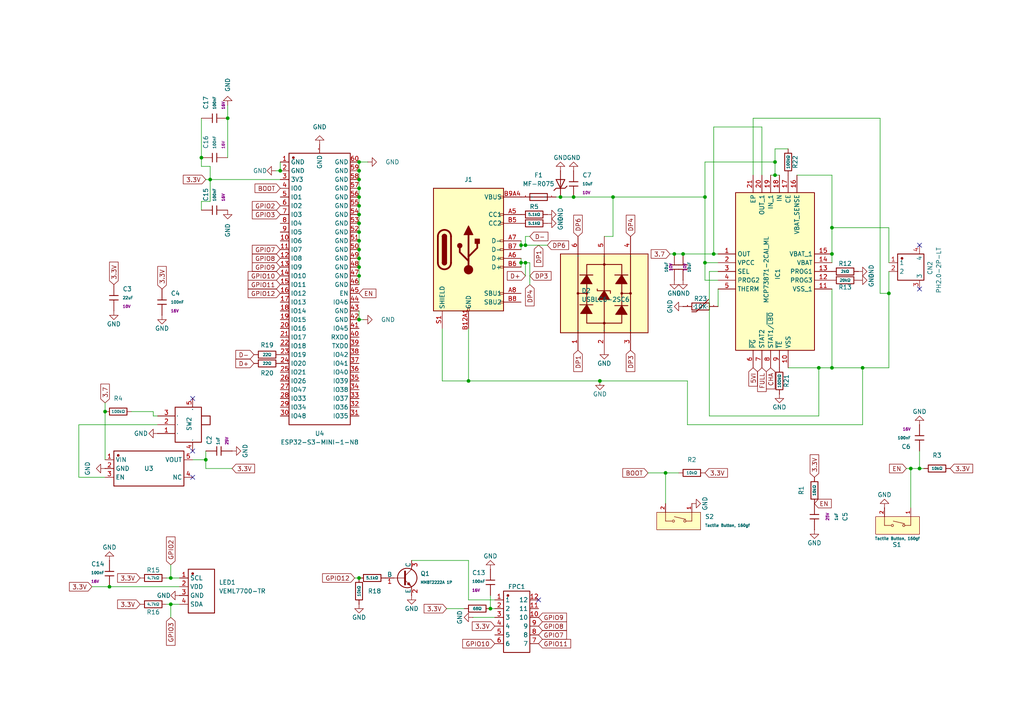
<source format=kicad_sch>
(kicad_sch (version 20250114) (generator "eeschema") (generator_version "9.0")
  (paper "A4")
  (junction (at 152.4 76.2))
  (junction (at 104.14 74.93))
  (junction (at 250.19 106.68))
  (junction (at 104.14 57.15))
  (junction (at 151.13 76.2))
  (junction (at 193.04 137.16))
  (junction (at 104.14 167.64))
  (junction (at 60.96 52.07))
  (junction (at 224.79 50.8))
  (junction (at 104.14 77.47))
  (junction (at 152.4 71.12))
  (junction (at 104.14 46.99))
  (junction (at 104.14 49.53))
  (junction (at 104.14 80.01))
  (junction (at 264.16 135.89))
  (junction (at 104.14 62.23))
  (junction (at 104.14 54.61))
  (junction (at 266.7 135.89))
  (junction (at 58.42 45.72))
  (junction (at 49.53 167.64))
  (junction (at 104.14 64.77))
  (junction (at 30.48 119.38))
  (junction (at 142.24 176.53))
  (junction (at 173.99 110.49))
  (junction (at 166.37 57.15))
  (junction (at 198.12 73.66))
  (junction (at 104.14 92.71))
  (junction (at 104.14 59.69))
  (junction (at 135.89 110.49))
  (junction (at 177.8 57.15))
  (junction (at 104.14 72.39))
  (junction (at 59.69 133.35))
  (junction (at 241.3 106.68))
  (junction (at 49.53 175.26))
  (junction (at 241.3 73.66))
  (junction (at 204.47 57.15))
  (junction (at 204.47 76.2))
  (junction (at 151.13 71.12))
  (junction (at 207.01 73.66))
  (junction (at 241.3 66.04))
  (junction (at 66.04 34.29))
  (junction (at 224.79 46.99))
  (junction (at 104.14 52.07))
  (junction (at 81.28 49.53))
  (junction (at 104.14 69.85))
  (junction (at 162.56 57.15))
  (junction (at 237.49 106.68))
  (junction (at 104.14 67.31))
  (junction (at 257.81 85.09))
  (junction (at 31.75 170.18))
  (junction (at 195.58 73.66))
  (no_connect (at 55.88 130.81))
  (no_connect (at 266.7 83.82))
  (no_connect (at 266.7 71.12))
  (no_connect (at 55.88 138.43))
  (no_connect (at 156.21 173.99))
  (no_connect (at 55.88 115.57))
  (wire (pts (xy 22.86 123.19) (xy 45.72 123.19)))
  (wire (pts (xy 104.14 92.71) (xy 105.41 92.71)))
  (wire (pts (xy 104.14 54.61) (xy 104.14 52.07)))
  (wire (pts (xy 153.67 68.58) (xy 152.4 68.58)))
  (wire (pts (xy 135.89 173.99) (xy 143.51 173.99)))
  (wire (pts (xy 193.04 137.16) (xy 196.85 137.16)))
  (wire (pts (xy 257.81 78.74) (xy 257.81 85.09)))
  (wire (pts (xy 49.53 175.26) (xy 52.07 175.26)))
  (wire (pts (xy 208.28 73.66) (xy 207.01 73.66)))
  (wire (pts (xy 264.16 135.89) (xy 266.7 135.89)))
  (wire (pts (xy 104.14 62.23) (xy 104.14 59.69)))
  (wire (pts (xy 162.56 57.15) (xy 166.37 57.15)))
  (wire (pts (xy 175.26 68.58) (xy 177.8 68.58)))
  (wire (pts (xy 228.6 43.18) (xy 224.79 43.18)))
  (wire (pts (xy 151.13 74.93) (xy 151.13 76.2)))
  (wire (pts (xy 198.12 73.66) (xy 195.58 73.66)))
  (wire (pts (xy 199.39 123.19) (xy 199.39 110.49)))
  (wire (pts (xy 266.7 135.89) (xy 267.97 135.89)))
  (wire (pts (xy 151.13 76.2) (xy 152.4 76.2)))
  (wire (pts (xy 250.19 106.68) (xy 250.19 123.19)))
  (wire (pts (xy 55.88 133.35) (xy 59.69 133.35)))
  (wire (pts (xy 199.39 110.49) (xy 173.99 110.49)))
  (wire (pts (xy 237.49 120.65) (xy 237.49 106.68)))
  (wire (pts (xy 66.04 45.72) (xy 66.04 34.29)))
  (wire (pts (xy 128.27 95.25) (xy 128.27 110.49)))
  (wire (pts (xy 237.49 106.68) (xy 228.6 106.68)))
  (wire (pts (xy 30.48 119.38) (xy 30.48 133.35)))
  (wire (pts (xy 151.13 76.2) (xy 151.13 77.47)))
  (wire (pts (xy 264.16 135.89) (xy 264.16 147.32)))
  (wire (pts (xy 142.24 176.53) (xy 143.51 176.53)))
  (wire (pts (xy 218.44 50.8) (xy 218.44 34.29)))
  (wire (pts (xy 22.86 138.43) (xy 30.48 138.43)))
  (wire (pts (xy 241.3 76.2) (xy 241.3 73.66)))
  (wire (pts (xy 31.75 170.18) (xy 52.07 170.18)))
  (wire (pts (xy 49.53 167.64) (xy 52.07 167.64)))
  (wire (pts (xy 241.3 106.68) (xy 250.19 106.68)))
  (wire (pts (xy 161.29 57.15) (xy 162.56 57.15)))
  (wire (pts (xy 152.4 80.01) (xy 152.4 76.2)))
  (wire (pts (xy 231.14 50.8) (xy 241.3 50.8)))
  (wire (pts (xy 102.87 167.64) (xy 104.14 167.64)))
  (wire (pts (xy 220.98 50.8) (xy 220.98 36.83)))
  (wire (pts (xy 104.14 49.53) (xy 104.14 46.99)))
  (wire (pts (xy 255.27 34.29) (xy 255.27 85.09)))
  (wire (pts (xy 104.14 72.39) (xy 104.14 69.85)))
  (wire (pts (xy 59.69 135.89) (xy 67.31 135.89)))
  (wire (pts (xy 60.96 48.26) (xy 60.96 52.07)))
  (wire (pts (xy 104.14 90.17) (xy 104.14 92.71)))
  (wire (pts (xy 207.01 73.66) (xy 198.12 73.66)))
  (wire (pts (xy 220.98 36.83) (xy 207.01 36.83)))
  (wire (pts (xy 241.3 66.04) (xy 241.3 73.66)))
  (wire (pts (xy 128.27 110.49) (xy 135.89 110.49)))
  (wire (pts (xy 66.04 34.29) (xy 66.04 30.48)))
  (wire (pts (xy 104.14 82.55) (xy 104.14 80.01)))
  (wire (pts (xy 187.96 137.16) (xy 193.04 137.16)))
  (wire (pts (xy 59.69 52.07) (xy 60.96 52.07)))
  (wire (pts (xy 257.81 85.09) (xy 257.81 106.68)))
  (wire (pts (xy 204.47 76.2) (xy 204.47 57.15)))
  (wire (pts (xy 38.1 119.38) (xy 44.45 119.38)))
  (wire (pts (xy 58.42 48.26) (xy 60.96 48.26)))
  (wire (pts (xy 49.53 175.26) (xy 49.53 179.07)))
  (wire (pts (xy 59.69 133.35) (xy 59.69 130.81)))
  (wire (pts (xy 224.79 50.8) (xy 223.52 50.8)))
  (wire (pts (xy 151.13 69.85) (xy 151.13 71.12)))
  (wire (pts (xy 60.96 52.07) (xy 81.28 52.07)))
  (wire (pts (xy 257.81 76.2) (xy 257.81 66.04)))
  (wire (pts (xy 104.14 64.77) (xy 104.14 62.23)))
  (wire (pts (xy 58.42 60.96) (xy 58.42 58.42)))
  (wire (pts (xy 104.14 77.47) (xy 104.14 74.93)))
  (wire (pts (xy 152.4 71.12) (xy 158.75 71.12)))
  (wire (pts (xy 129.54 176.53) (xy 134.62 176.53)))
  (wire (pts (xy 195.58 73.66) (xy 194.31 73.66)))
  (wire (pts (xy 135.89 95.25) (xy 135.89 110.49)))
  (wire (pts (xy 104.14 69.85) (xy 104.14 67.31)))
  (wire (pts (xy 208.28 88.9) (xy 208.28 83.82)))
  (wire (pts (xy 44.45 120.65) (xy 45.72 120.65)))
  (wire (pts (xy 255.27 85.09) (xy 257.81 85.09)))
  (wire (pts (xy 135.89 162.56) (xy 119.38 162.56)))
  (wire (pts (xy 218.44 34.29) (xy 255.27 34.29)))
  (wire (pts (xy 152.4 71.12) (xy 151.13 71.12)))
  (wire (pts (xy 241.3 50.8) (xy 241.3 66.04)))
  (wire (pts (xy 250.19 106.68) (xy 257.81 106.68)))
  (wire (pts (xy 135.89 173.99) (xy 135.89 162.56)))
  (wire (pts (xy 207.01 36.83) (xy 207.01 73.66)))
  (wire (pts (xy 59.69 135.89) (xy 59.69 133.35)))
  (wire (pts (xy 58.42 45.72) (xy 58.42 34.29)))
  (wire (pts (xy 205.74 78.74) (xy 205.74 120.65)))
  (wire (pts (xy 81.28 46.99) (xy 81.28 49.53)))
  (wire (pts (xy 104.14 52.07) (xy 104.14 49.53)))
  (wire (pts (xy 224.79 43.18) (xy 224.79 46.99)))
  (wire (pts (xy 80.01 49.53) (xy 81.28 49.53)))
  (wire (pts (xy 153.67 76.2) (xy 153.67 82.55)))
  (wire (pts (xy 44.45 119.38) (xy 44.45 120.65)))
  (wire (pts (xy 208.28 78.74) (xy 205.74 78.74)))
  (wire (pts (xy 152.4 76.2) (xy 153.67 76.2)))
  (wire (pts (xy 30.48 116.84) (xy 30.48 119.38)))
  (wire (pts (xy 142.24 172.72) (xy 142.24 176.53)))
  (wire (pts (xy 193.04 137.16) (xy 193.04 146.05)))
  (wire (pts (xy 104.14 59.69) (xy 104.14 57.15)))
  (wire (pts (xy 205.74 120.65) (xy 237.49 120.65)))
  (wire (pts (xy 22.86 123.19) (xy 22.86 138.43)))
  (wire (pts (xy 151.13 71.12) (xy 151.13 72.39)))
  (wire (pts (xy 204.47 81.28) (xy 204.47 76.2)))
  (wire (pts (xy 48.26 175.26) (xy 49.53 175.26)))
  (wire (pts (xy 104.14 74.93) (xy 104.14 72.39)))
  (wire (pts (xy 208.28 76.2) (xy 204.47 76.2)))
  (wire (pts (xy 152.4 68.58) (xy 152.4 71.12)))
  (wire (pts (xy 262.89 135.89) (xy 264.16 135.89)))
  (wire (pts (xy 49.53 163.83) (xy 49.53 167.64)))
  (wire (pts (xy 58.42 58.42) (xy 60.96 58.42)))
  (wire (pts (xy 177.8 68.58) (xy 177.8 57.15)))
  (wire (pts (xy 204.47 57.15) (xy 204.47 46.99)))
  (wire (pts (xy 166.37 57.15) (xy 177.8 57.15)))
  (wire (pts (xy 104.14 67.31) (xy 104.14 64.77)))
  (wire (pts (xy 104.14 46.99) (xy 106.68 46.99)))
  (wire (pts (xy 257.81 66.04) (xy 241.3 66.04)))
  (wire (pts (xy 26.67 170.18) (xy 31.75 170.18)))
  (wire (pts (xy 241.3 106.68) (xy 241.3 83.82)))
  (wire (pts (xy 104.14 80.01) (xy 104.14 77.47)))
  (wire (pts (xy 60.96 58.42) (xy 60.96 52.07)))
  (wire (pts (xy 204.47 46.99) (xy 224.79 46.99)))
  (wire (pts (xy 208.28 81.28) (xy 204.47 81.28)))
  (wire (pts (xy 226.06 50.8) (xy 224.79 50.8)))
  (wire (pts (xy 177.8 57.15) (xy 204.47 57.15)))
  (wire (pts (xy 224.79 46.99) (xy 224.79 50.8)))
  (wire (pts (xy 104.14 57.15) (xy 104.14 54.61)))
  (wire (pts (xy 48.26 167.64) (xy 49.53 167.64)))
  (wire (pts (xy 241.3 106.68) (xy 237.49 106.68)))
  (wire (pts (xy 58.42 48.26) (xy 58.42 45.72)))
  (wire (pts (xy 266.7 130.81) (xy 266.7 135.89)))
  (wire (pts (xy 137.16 179.07) (xy 143.51 179.07)))
  (wire (pts (xy 135.89 110.49) (xy 173.99 110.49)))
  (wire (pts (xy 250.19 123.19) (xy 199.39 123.19)))
  (global_label "BOOT" (shape input) (at 187.96 137.16 180) (property "Intersheetrefs" "${INTERSHEET_REFS}" (effects (hide yes))))
  (global_label "EN" (shape input) (at 262.89 135.89 180) (property "Intersheetrefs" "${INTERSHEET_REFS}" (effects (hide yes))))
  (global_label "3.3V" (shape input) (at 143.51 181.61 180) (property "Intersheetrefs" "${INTERSHEET_REFS}" (effects (hide yes))))
  (global_label "GPIO3" (shape input) (at 49.53 179.07 270) (property "Intersheetrefs" "${INTERSHEET_REFS}" (effects (hide yes))))
  (global_label "3.3V" (shape input) (at 33.02 82.55 90) (property "Intersheetrefs" "${INTERSHEET_REFS}" (effects (hide yes))))
  (global_label "DP6" (shape input) (at 158.75 71.12 0) (property "Intersheetrefs" "${INTERSHEET_REFS}" (effects (hide yes))))
  (global_label "DP6" (shape input) (at 167.64 68.58 90) (property "Intersheetrefs" "${INTERSHEET_REFS}" (effects (hide yes))))
  (global_label "DP4" (shape input) (at 182.88 68.58 90) (property "Intersheetrefs" "${INTERSHEET_REFS}" (effects (hide yes))))
  (global_label "CHA" (shape input) (at 223.52 106.68 270) (property "Intersheetrefs" "${INTERSHEET_REFS}" (effects (hide yes))))
  (global_label "3.3V" (shape input) (at 236.22 138.43 90) (property "Intersheetrefs" "${INTERSHEET_REFS}" (effects (hide yes))))
  (global_label "GPIO9" (shape input) (at 81.28 77.47 180) (property "Intersheetrefs" "${INTERSHEET_REFS}" (effects (hide yes))))
  (global_label "GPIO2" (shape input) (at 49.53 163.83 90) (property "Intersheetrefs" "${INTERSHEET_REFS}" (effects (hide yes))))
  (global_label "3.3V" (shape input) (at 46.99 83.82 90) (property "Intersheetrefs" "${INTERSHEET_REFS}" (effects (hide yes))))
  (global_label "3.3V" (shape input) (at 204.47 137.16 0) (property "Intersheetrefs" "${INTERSHEET_REFS}" (effects (hide yes))))
  (global_label "GPIO8" (shape input) (at 81.28 74.93 180) (property "Intersheetrefs" "${INTERSHEET_REFS}" (effects (hide yes))))
  (global_label "3.3V" (shape input) (at 40.64 175.26 180) (property "Intersheetrefs" "${INTERSHEET_REFS}" (effects (hide yes))))
  (global_label "GPIO12" (shape input) (at 102.87 167.64 180) (property "Intersheetrefs" "${INTERSHEET_REFS}" (effects (hide yes))))
  (global_label "FULL" (shape input) (at 220.98 106.68 270) (property "Intersheetrefs" "${INTERSHEET_REFS}" (effects (hide yes))))
  (global_label "5VI" (shape input) (at 218.44 106.68 270) (property "Intersheetrefs" "${INTERSHEET_REFS}" (effects (hide yes))))
  (global_label "3.3V" (shape input) (at 67.31 135.89 0) (property "Intersheetrefs" "${INTERSHEET_REFS}" (effects (hide yes))))
  (global_label "D+" (shape input) (at 152.4 80.01 180) (property "Intersheetrefs" "${INTERSHEET_REFS}" (effects (hide yes))))
  (global_label "DP1" (shape input) (at 167.64 101.6 270) (property "Intersheetrefs" "${INTERSHEET_REFS}" (effects (hide yes))))
  (global_label "GPIO7" (shape input) (at 156.21 184.15 0) (property "Intersheetrefs" "${INTERSHEET_REFS}" (effects (hide yes))))
  (global_label "D-" (shape input) (at 153.67 68.58 0) (property "Intersheetrefs" "${INTERSHEET_REFS}" (effects (hide yes))))
  (global_label "GPIO10" (shape input) (at 81.28 80.01 180) (property "Intersheetrefs" "${INTERSHEET_REFS}" (effects (hide yes))))
  (global_label "GPIO7" (shape input) (at 81.28 72.39 180) (property "Intersheetrefs" "${INTERSHEET_REFS}" (effects (hide yes))))
  (global_label "DP4" (shape input) (at 153.67 82.55 270) (property "Intersheetrefs" "${INTERSHEET_REFS}" (effects (hide yes))))
  (global_label "BOOT" (shape input) (at 81.28 54.61 180) (property "Intersheetrefs" "${INTERSHEET_REFS}" (effects (hide yes))))
  (global_label "3.7" (shape input) (at 194.31 73.66 180) (property "Intersheetrefs" "${INTERSHEET_REFS}" (effects (hide yes))))
  (global_label "GPIO3" (shape input) (at 81.28 62.23 180) (property "Intersheetrefs" "${INTERSHEET_REFS}" (effects (hide yes))))
  (global_label "DP3" (shape input) (at 153.67 80.01 0) (property "Intersheetrefs" "${INTERSHEET_REFS}" (effects (hide yes))))
  (global_label "GPIO8" (shape input) (at 156.21 181.61 0) (property "Intersheetrefs" "${INTERSHEET_REFS}" (effects (hide yes))))
  (global_label "GPIO2" (shape input) (at 81.28 59.69 180) (property "Intersheetrefs" "${INTERSHEET_REFS}" (effects (hide yes))))
  (global_label "GPIO10" (shape input) (at 143.51 186.69 180) (property "Intersheetrefs" "${INTERSHEET_REFS}" (effects (hide yes))))
  (global_label "3.3V" (shape input) (at 275.59 135.89 0) (property "Intersheetrefs" "${INTERSHEET_REFS}" (effects (hide yes))))
  (global_label "D-" (shape input) (at 73.66 102.87 180) (property "Intersheetrefs" "${INTERSHEET_REFS}" (effects (hide yes))))
  (global_label "DP3" (shape input) (at 182.88 101.6 270) (property "Intersheetrefs" "${INTERSHEET_REFS}" (effects (hide yes))))
  (global_label "GPIO11" (shape input) (at 81.28 82.55 180) (property "Intersheetrefs" "${INTERSHEET_REFS}" (effects (hide yes))))
  (global_label "GPIO9" (shape input) (at 156.21 179.07 0) (property "Intersheetrefs" "${INTERSHEET_REFS}" (effects (hide yes))))
  (global_label "3.3V" (shape input) (at 40.64 167.64 180) (property "Intersheetrefs" "${INTERSHEET_REFS}" (effects (hide yes))))
  (global_label "3.3V" (shape input) (at 26.67 170.18 180) (property "Intersheetrefs" "${INTERSHEET_REFS}" (effects (hide yes))))
  (global_label "3.7" (shape input) (at 30.48 116.84 90) (property "Intersheetrefs" "${INTERSHEET_REFS}" (effects (hide yes))))
  (global_label "GPIO11" (shape input) (at 156.21 186.69 0) (property "Intersheetrefs" "${INTERSHEET_REFS}" (effects (hide yes))))
  (global_label "DP1" (shape input) (at 156.21 71.12 270) (property "Intersheetrefs" "${INTERSHEET_REFS}" (effects (hide yes))))
  (global_label "3.3V" (shape input) (at 59.69 52.07 180) (property "Intersheetrefs" "${INTERSHEET_REFS}" (effects (hide yes))))
  (global_label "EN" (shape input) (at 104.14 85.09 0) (property "Intersheetrefs" "${INTERSHEET_REFS}" (effects (hide yes))))
  (global_label "GPIO12" (shape input) (at 81.28 85.09 180) (property "Intersheetrefs" "${INTERSHEET_REFS}" (effects (hide yes))))
  (global_label "EN" (shape input) (at 236.22 146.05 0) (property "Intersheetrefs" "${INTERSHEET_REFS}" (effects (hide yes))))
  (global_label "D+" (shape input) (at 73.66 105.41 180) (property "Intersheetrefs" "${INTERSHEET_REFS}" (effects (hide yes))))
  (global_label "3.3V" (shape input) (at 129.54 176.53 180) (property "Intersheetrefs" "${INTERSHEET_REFS}" (effects (hide yes))))
  (symbol (lib_id "PCM_JLCPCB-Capacitors:1206,22uF") (at 33.02 86.36 0) (unit 1)
    (property "Reference" "C3" (at 35.56 83.8199 0) (effects (justify left)))
    (property "Value" "22uF" (at 35.56 86.36 0) (effects (font (size 0.8 0.8)) (justify left)))
    (property "Footprint" "PCM_JLCPCB:C_1206" (effects (hide yes)))
    (property "Datasheet" "https://www.lcsc.com/datasheet/lcsc_datasheet_1810221121_Samsung-Electro-Mechanics-CL31A226KPHNNNE_C5672.pdf" (effects (hide yes)))
    (property "Description" "10V 22uF X5R ±10% 1206 Multilayer Ceramic Capacitors MLCC - SMD/SMT ROHS" (effects (hide yes)))
    (property "LCSC" "C5672" (effects (hide yes)))
    (property "Stock" "159278" (effects (hide yes)))
    (property "Price" "0.039USD" (effects (hide yes)))
    (property "Process" "SMT" (effects (hide yes)))
    (property "Minimum Qty" "5" (effects (hide yes)))
    (property "Attrition Qty" "8" (effects (hide yes)))
    (property "Class" "Preferred Component" (effects (hide yes)))
    (property "Category" "Capacitors,Multilayer Ceramic Capacitors MLCC - SMD/SMT" (effects (hide yes)))
    (property "Manufacturer" "Samsung Electro-Mechanics" (effects (hide yes)))
    (property "Part" "CL31A226KPHNNNE" (effects (hide yes)))
    (property "Voltage Rated" "10V" (at 35.56 88.9 0) (effects (font (size 0.8 0.8)) (justify left)))
    (property "Tolerance" "±10%" (effects (hide yes)))
    (property "Capacitance" "22uF" (effects (hide yes)))
    (property "Temperature Coefficient" "X5R" (effects (hide yes)))
  )
  (symbol (lib_id "power:GND") (at 256.54 147.32 180) (unit 1)
    (property "Reference" "#PWR011" (effects (hide yes)))
    (property "Value" "GND" (at 256.54 143.51 0))
    (property "Description" "Power symbol creates a global label with name \"GND\" , ground" (effects (hide yes)))
  )
  (symbol (lib_id "PCM_JLCPCB-Resistors:0402,100kΩ") (at 228.6 46.99 0) (unit 1)
    (property "Reference" "R22" (at 230.632 46.99 90))
    (property "Value" "100kΩ" (at 228.6 46.99 90) (effects (font (size 0.8 0.8))))
    (property "Footprint" "PCM_JLCPCB:R_0402" (effects (hide yes)))
    (property "Datasheet" "https://www.lcsc.com/datasheet/lcsc_datasheet_2206010100_UNI-ROYAL-Uniroyal-Elec-0402WGF1003TCE_C25741.pdf" (effects (hide yes)))
    (property "Description" "62.5mW Thick Film Resistors 50V ±100ppm/°C ±1% 100kΩ 0402 Chip Resistor - Surface Mount ROHS" (effects (hide yes)))
    (property "LCSC" "C25741" (effects (hide yes)))
    (property "Stock" "6969783" (effects (hide yes)))
    (property "Price" "0.004USD" (effects (hide yes)))
    (property "Process" "SMT" (effects (hide yes)))
    (property "Minimum Qty" "20" (effects (hide yes)))
    (property "Attrition Qty" "10" (effects (hide yes)))
    (property "Class" "Basic Component" (effects (hide yes)))
    (property "Category" "Resistors,Chip Resistor - Surface Mount" (effects (hide yes)))
    (property "Manufacturer" "UNI-ROYAL(Uniroyal Elec)" (effects (hide yes)))
    (property "Part" "0402WGF1003TCE" (effects (hide yes)))
    (property "Resistance" "100kΩ" (effects (hide yes)))
    (property "Power(Watts)" "62.5mW" (effects (hide yes)))
    (property "Type" "Thick Film Resistors" (effects (hide yes)))
    (property "Overload Voltage (Max)" "50V" (effects (hide yes)))
    (property "Operating Temperature Range" "-55°C~+155°C" (effects (hide yes)))
    (property "Tolerance" "±1%" (effects (hide yes)))
    (property "Temperature Coefficient" "±100ppm/°C" (effects (hide yes)))
  )
  (symbol (lib_id "JLPCB_ext:USBLC6-2SC6") (at 175.26 85.09 90) (unit 1)
    (property "Reference" "D2" (at 168.656 84.328 90) (effects (justify right)))
    (property "Value" "USBLC6-2SC6" (at 168.656 86.868 90) (effects (justify right)))
    (property "Footprint" "JLPCB_ext:SOT-23-6_L2.9-W1.6-P0.95-LS2.8-BL" (effects (hide yes)))
    (property "Manufacturer Part" "USBLC6-2SC6" (effects (hide yes)))
    (property "Manufacturer" "ST(意法半导体)" (effects (hide yes)))
    (property "Supplier Part" "C7519" (effects (hide yes)))
    (property "Supplier" "LCSC" (effects (hide yes)))
  )
  (symbol (lib_id "JLPCB_ext:MF-R075") (at 156.21 57.15 0) (unit 1)
    (property "Reference" "F1" (at 156.21 50.8 0))
    (property "Value" "MF-R075" (at 156.21 53.34 0))
    (property "Footprint" "JLPCB_ext:SMD1812P110TF" (effects (hide yes)))
    (property "Manufacturer Part" "MF-R075" (effects (hide yes)))
    (property "Manufacturer" "BOURNS" (effects (hide yes)))
    (property "Supplier Part" "C208478" (effects (hide yes)))
    (property "Supplier" "LCSC" (effects (hide yes)))
  )
  (symbol (lib_id "power:GND") (at 236.22 153.67 0) (unit 1)
    (property "Reference" "#PWR010" (effects (hide yes)))
    (property "Value" "GND" (at 236.22 157.48 0))
    (property "Description" "Power symbol creates a global label with name \"GND\" , ground" (effects (hide yes)))
  )
  (symbol (lib_id "power:GND") (at 137.16 179.07 270) (unit 1)
    (property "Reference" "#PWR07" (effects (hide yes)))
    (property "Value" "GND" (at 133.35 179.07 0))
    (property "Description" "Power symbol creates a global label with name \"GND\" , ground" (effects (hide yes)))
  )
  (symbol (lib_id "power:GND") (at 200.66 146.05 90) (unit 1)
    (property "Reference" "#PWR015" (effects (hide yes)))
    (property "Value" "GND" (at 204.47 146.05 0))
    (property "Description" "Power symbol creates a global label with name \"GND\" , ground" (effects (hide yes)))
  )
  (symbol (lib_id "power:GND") (at 66.04 30.48 180) (unit 1)
    (property "Reference" "#PWR038" (effects (hide yes)))
    (property "Value" "GND" (at 66.0399 26.67 90) (effects (justify right)))
    (property "Description" "Power symbol creates a global label with name \"GND\" , ground" (effects (hide yes)))
  )
  (symbol (lib_id "power:GND") (at 105.41 92.71 90) (unit 1)
    (property "Reference" "#PWR035" (effects (hide yes)))
    (property "Value" "GND" (at 110.49 92.7099 90) (effects (justify right)))
    (property "Description" "Power symbol creates a global label with name \"GND\" , ground" (effects (hide yes)))
  )
  (symbol (lib_id "PCM_JLCPCB-Resistors:0402,100kΩ") (at 34.29 119.38 90) (unit 1)
    (property "Reference" "R4" (at 34.29 115.57 90))
    (property "Value" "100kΩ" (at 34.29 119.38 90) (effects (font (size 0.8 0.8))))
    (property "Footprint" "PCM_JLCPCB:R_0402" (effects (hide yes)))
    (property "Datasheet" "https://www.lcsc.com/datasheet/lcsc_datasheet_2206010100_UNI-ROYAL-Uniroyal-Elec-0402WGF1003TCE_C25741.pdf" (effects (hide yes)))
    (property "Description" "62.5mW Thick Film Resistors 50V ±100ppm/°C ±1% 100kΩ 0402 Chip Resistor - Surface Mount ROHS" (effects (hide yes)))
    (property "LCSC" "C25741" (effects (hide yes)))
    (property "Stock" "6969783" (effects (hide yes)))
    (property "Price" "0.004USD" (effects (hide yes)))
    (property "Process" "SMT" (effects (hide yes)))
    (property "Minimum Qty" "20" (effects (hide yes)))
    (property "Attrition Qty" "10" (effects (hide yes)))
    (property "Class" "Basic Component" (effects (hide yes)))
    (property "Category" "Resistors,Chip Resistor - Surface Mount" (effects (hide yes)))
    (property "Manufacturer" "UNI-ROYAL(Uniroyal Elec)" (effects (hide yes)))
    (property "Part" "0402WGF1003TCE" (effects (hide yes)))
    (property "Resistance" "100kΩ" (effects (hide yes)))
    (property "Power(Watts)" "62.5mW" (effects (hide yes)))
    (property "Type" "Thick Film Resistors" (effects (hide yes)))
    (property "Overload Voltage (Max)" "50V" (effects (hide yes)))
    (property "Operating Temperature Range" "-55°C~+155°C" (effects (hide yes)))
    (property "Tolerance" "±1%" (effects (hide yes)))
    (property "Temperature Coefficient" "±100ppm/°C" (effects (hide yes)))
  )
  (symbol (lib_id "power:GND") (at 46.99 91.44 0) (unit 1)
    (property "Reference" "#PWR08" (effects (hide yes)))
    (property "Value" "GND" (at 46.99 95.25 0))
    (property "Description" "Power symbol creates a global label with name \"GND\" , ground" (effects (hide yes)))
  )
  (symbol (lib_id "PCM_JLCPCB-Diodes:TVS-Uni,SMBJ6.0A") (at 162.56 53.34 0) (unit 1)
    (property "Reference" "D1" (effects (hide yes)))
    (property "Value" "SMBJ6.0A" (effects (hide yes)))
    (property "Footprint" "PCM_JLCPCB:D_SMB" (effects (hide yes)))
    (property "Datasheet" "https://wmsc.lcsc.com/wmsc/upload/file/pdf/v2/lcsc/2312251758_hongjiacheng-SMBJ6-0A_C19077560.pdf" (effects (hide yes)))
    (property "Description" "58.25A 600W 10.3V 7.37V Unidirectional 6V SMB ESD and Surge Protection (TVS/ESD) ROHS" (effects (hide yes)))
    (property "LCSC" "C19077560" (effects (hide yes)))
    (property "Stock" "18576" (effects (hide yes)))
    (property "Price" "0.051USD" (effects (hide yes)))
    (property "Process" "SMT" (effects (hide yes)))
    (property "Minimum Qty" "5" (effects (hide yes)))
    (property "Attrition Qty" "2" (effects (hide yes)))
    (property "Class" "Preferred Component" (effects (hide yes)))
    (property "Category" "TVS/Fuse/Board Level Protection,Electrostatic And Surge Protection (TVS/ESD)" (effects (hide yes)))
    (property "Manufacturer" "hongjiacheng" (effects (hide yes)))
    (property "Part" "SMBJ6.0A" (effects (hide yes)))
  )
  (symbol (lib_id "power:GND") (at 158.75 62.23 90) (unit 1)
    (property "Reference" "#PWR020" (effects (hide yes)))
    (property "Value" "GND" (at 162.56 62.23 0))
    (property "Description" "Power symbol creates a global label with name \"GND\" , ground" (effects (hide yes)))
  )
  (symbol (lib_id "power:GND") (at 31.75 162.56 180) (unit 1)
    (property "Reference" "#PWR016" (effects (hide yes)))
    (property "Value" "GND" (at 31.75 158.75 0))
    (property "Description" "Power symbol creates a global label with name \"GND\" , ground" (effects (hide yes)))
  )
  (symbol (lib_id "PCM_JLCPCB-Resistors:0402,22Ω") (at 77.47 102.87 270) (unit 1)
    (property "Reference" "R19" (at 77.47 100.076 90))
    (property "Value" "22Ω" (at 77.47 102.87 90) (effects (font (size 0.8 0.8))))
    (property "Footprint" "PCM_JLCPCB:R_0402" (effects (hide yes)))
    (property "Datasheet" "https://www.lcsc.com/datasheet/lcsc_datasheet_2205311900_UNI-ROYAL-Uniroyal-Elec-0402WGF220JTCE_C25092.pdf" (effects (hide yes)))
    (property "Description" "62.5mW Thick Film Resistors 50V ±1% ±100ppm/°C 22Ω 0402 Chip Resistor - Surface Mount ROHS" (effects (hide yes)))
    (property "LCSC" "C25092" (effects (hide yes)))
    (property "Stock" "7466061" (effects (hide yes)))
    (property "Price" "0.004USD" (effects (hide yes)))
    (property "Process" "SMT" (effects (hide yes)))
    (property "Minimum Qty" "20" (effects (hide yes)))
    (property "Attrition Qty" "10" (effects (hide yes)))
    (property "Class" "Basic Component" (effects (hide yes)))
    (property "Category" "Resistors,Chip Resistor - Surface Mount" (effects (hide yes)))
    (property "Manufacturer" "UNI-ROYAL(Uniroyal Elec)" (effects (hide yes)))
    (property "Part" "0402WGF220JTCE" (effects (hide yes)))
    (property "Resistance" "22Ω" (effects (hide yes)))
    (property "Power(Watts)" "62.5mW" (effects (hide yes)))
    (property "Type" "Thick Film Resistors" (effects (hide yes)))
    (property "Overload Voltage (Max)" "50V" (effects (hide yes)))
    (property "Operating Temperature Range" "-55°C~+155°C" (effects (hide yes)))
    (property "Tolerance" "±1%" (effects (hide yes)))
    (property "Temperature Coefficient" "±100ppm/°C" (effects (hide yes)))
  )
  (symbol (lib_id "power:GND") (at 158.75 64.77 90) (unit 1)
    (property "Reference" "#PWR021" (effects (hide yes)))
    (property "Value" "GND" (at 162.56 64.77 0))
    (property "Description" "Power symbol creates a global label with name \"GND\" , ground" (effects (hide yes)))
  )
  (symbol (lib_id "PCM_JLCPCB-Resistors:0402,22Ω") (at 77.47 105.41 270) (unit 1)
    (property "Reference" "R20" (at 77.47 108.204 90))
    (property "Value" "22Ω" (at 77.47 105.41 90) (effects (font (size 0.8 0.8))))
    (property "Footprint" "PCM_JLCPCB:R_0402" (effects (hide yes)))
    (property "Datasheet" "https://www.lcsc.com/datasheet/lcsc_datasheet_2205311900_UNI-ROYAL-Uniroyal-Elec-0402WGF220JTCE_C25092.pdf" (effects (hide yes)))
    (property "Description" "62.5mW Thick Film Resistors 50V ±1% ±100ppm/°C 22Ω 0402 Chip Resistor - Surface Mount ROHS" (effects (hide yes)))
    (property "LCSC" "C25092" (effects (hide yes)))
    (property "Stock" "7466061" (effects (hide yes)))
    (property "Price" "0.004USD" (effects (hide yes)))
    (property "Process" "SMT" (effects (hide yes)))
    (property "Minimum Qty" "20" (effects (hide yes)))
    (property "Attrition Qty" "10" (effects (hide yes)))
    (property "Class" "Basic Component" (effects (hide yes)))
    (property "Category" "Resistors,Chip Resistor - Surface Mount" (effects (hide yes)))
    (property "Manufacturer" "UNI-ROYAL(Uniroyal Elec)" (effects (hide yes)))
    (property "Part" "0402WGF220JTCE" (effects (hide yes)))
    (property "Resistance" "22Ω" (effects (hide yes)))
    (property "Power(Watts)" "62.5mW" (effects (hide yes)))
    (property "Type" "Thick Film Resistors" (effects (hide yes)))
    (property "Overload Voltage (Max)" "50V" (effects (hide yes)))
    (property "Operating Temperature Range" "-55°C~+155°C" (effects (hide yes)))
    (property "Tolerance" "±1%" (effects (hide yes)))
    (property "Temperature Coefficient" "±100ppm/°C" (effects (hide yes)))
  )
  (symbol (lib_id "power:GND") (at 162.56 49.53 180) (unit 1)
    (property "Reference" "#PWR030" (effects (hide yes)))
    (property "Value" "GND" (at 162.56 45.72 0))
    (property "Description" "Power symbol creates a global label with name \"GND\" , ground" (effects (hide yes)))
  )
  (symbol (lib_id "PCM_JLCPCB-Transistors:NPN,MMBT2222A 1P") (at 116.84 167.64 0) (unit 1)
    (property "Reference" "Q1" (at 121.92 166.3699 0) (effects (justify left)))
    (property "Value" "MMBT2222A 1P" (at 121.92 168.91 0) (effects (font (size 0.8 0.8)) (justify left)))
    (property "Footprint" "PCM_JLCPCB:Q_SOT-23" (effects (hide yes)))
    (property "Datasheet" "https://www.lcsc.com/datasheet/lcsc_datasheet_1811081957_Jiangsu-Changjing-Electronics-Technology-Co---Ltd--MMBT2222A-1P_C8512.pdf" (effects (hide yes)))
    (property "Description" "40V 300mW 600mA NPN SOT-23 Bipolar (BJT) ROHS" (effects (hide yes)))
    (property "LCSC" "C8512" (effects (hide yes)))
    (property "Stock" "287458" (effects (hide yes)))
    (property "Price" "0.018USD" (effects (hide yes)))
    (property "Process" "SMT" (effects (hide yes)))
    (property "Minimum Qty" "10" (effects (hide yes)))
    (property "Attrition Qty" "5" (effects (hide yes)))
    (property "Class" "Basic Component" (effects (hide yes)))
    (property "Category" "Transistors,Bipolar Transistors - BJT" (effects (hide yes)))
    (property "Manufacturer" "Changjiang Electronics Tech (CJ)" (effects (hide yes)))
    (property "Part" "MMBT2222A 1P" (effects (hide yes)))
    (property "Transition Frequency (fT)" "300MHz" (effects (hide yes)))
    (property "Operating Temperature" "-55°C~+150°C" (effects (hide yes)))
    (property "Collector Cut-Off Current (Icbo)" "10nA" (effects (hide yes)))
    (property "Transistor Type" "NPN" (effects (hide yes)))
    (property "DC Current Gain (hFE@Ic,Vce)" "100@150mA,10V" (effects (hide yes)))
    (property "Power Dissipation (Pd)" "300mW" (effects (hide yes)))
    (property "Collector Current (Ic)" "600mA" (effects (hide yes)))
    (property "Collector-Emitter Saturation Voltage (VCE(sat)@Ic,Ib)" "1V@500mA,50mA" (effects (hide yes)))
    (property "Collector-Emitter Breakdown Voltage (Vceo)" "40V" (effects (hide yes)))
  )
  (symbol (lib_id "PCM_JLCPCB-Resistors:0402,4.7kΩ") (at 44.45 167.64 90) (unit 1)
    (property "Reference" "R15" (at 44.45 165.354 90))
    (property "Value" "4.7kΩ" (at 44.45 167.64 90) (effects (font (size 0.8 0.8))))
    (property "Footprint" "PCM_JLCPCB:R_0402" (effects (hide yes)))
    (property "Datasheet" "https://www.lcsc.com/datasheet/lcsc_datasheet_2206010045_UNI-ROYAL-Uniroyal-Elec-0402WGF4701TCE_C25900.pdf" (effects (hide yes)))
    (property "Description" "62.5mW Thick Film Resistors 50V ±100ppm/°C ±1% 4.7kΩ 0402 Chip Resistor - Surface Mount ROHS" (effects (hide yes)))
    (property "LCSC" "C25900" (effects (hide yes)))
    (property "Stock" "7644059" (effects (hide yes)))
    (property "Price" "0.004USD" (effects (hide yes)))
    (property "Process" "SMT" (effects (hide yes)))
    (property "Minimum Qty" "20" (effects (hide yes)))
    (property "Attrition Qty" "10" (effects (hide yes)))
    (property "Class" "Basic Component" (effects (hide yes)))
    (property "Category" "Resistors,Chip Resistor - Surface Mount" (effects (hide yes)))
    (property "Manufacturer" "UNI-ROYAL(Uniroyal Elec)" (effects (hide yes)))
    (property "Part" "0402WGF4701TCE" (effects (hide yes)))
    (property "Resistance" "4.7kΩ" (effects (hide yes)))
    (property "Power(Watts)" "62.5mW" (effects (hide yes)))
    (property "Type" "Thick Film Resistors" (effects (hide yes)))
    (property "Overload Voltage (Max)" "50V" (effects (hide yes)))
    (property "Operating Temperature Range" "-55°C~+155°C" (effects (hide yes)))
    (property "Tolerance" "±1%" (effects (hide yes)))
    (property "Temperature Coefficient" "±100ppm/°C" (effects (hide yes)))
  )
  (symbol (lib_id "JLPCB_ext:AP2112K-3.3TRG1") (at 43.18 135.89 0) (unit 1)
    (property "Reference" "U3" (at 43.18 135.89 0))
    (property "Value" "AP2112K-3.3TRG1" (effects (hide yes)))
    (property "Footprint" "JLPCB_ext:SOT-25-5_L2.9-W1.6-P0.95-LS2.8-BL" (effects (hide yes)))
    (property "Manufacturer Part" "AP2112K-3.3TRG1" (effects (hide yes)))
    (property "Manufacturer" "DIODES(美台)" (effects (hide yes)))
    (property "Supplier Part" "C51118" (effects (hide yes)))
    (property "Supplier" "LCSC" (effects (hide yes)))
  )
  (symbol (lib_id "PCM_JLCPCB-Connectors_Buttons:Tactile Button, 160gf, 12V, 50mA, 4.0mm") (at 198.12 151.13 270) (unit 1)
    (property "Reference" "S2" (at 204.47 149.8599 90) (effects (justify left)))
    (property "Value" "Tactile Button, 160gf" (at 204.47 152.4 90) (effects (font (size 0.8 0.8)) (justify left)))
    (property "Footprint" "PCM_JLCPCB:SW_TS-1088-AR02016" (effects (hide yes)))
    (property "Datasheet" "https://www.lcsc.com/datasheet/lcsc_datasheet_2304140030_XUNPU-TS-1088-AR02016_C720477.pdf" (effects (hide yes)))
    (property "Description" "Without 50mA 4mm 100MΩ 100000 Times 12V 160gf 3mm 2mm Round Button Standing paste SPST SMD Tactile Switches ROHS" (effects (hide yes)))
    (property "LCSC" "C720477" (effects (hide yes)))
    (property "Stock" "346801" (effects (hide yes)))
    (property "Price" "0.044USD" (effects (hide yes)))
    (property "Process" "SMT" (effects (hide yes)))
    (property "Minimum Qty" "5" (effects (hide yes)))
    (property "Attrition Qty" "4" (effects (hide yes)))
    (property "Class" "Basic Component" (effects (hide yes)))
    (property "Category" "Switches,Tactile Switches" (effects (hide yes)))
    (property "Manufacturer" "XUNPU" (effects (hide yes)))
    (property "Part" "TS-1088-AR02016" (effects (hide yes)))
    (property "Switch Length" "4mm" (effects (hide yes)))
    (property "Voltage Rating (Dc)" "12V" (effects (hide yes)))
    (property "With Lamp" "No" (effects (hide yes)))
    (property "Operating Force" "160gf@±50gf" (effects (hide yes)))
    (property "Actuator/Cap Color" "Black" (effects (hide yes)))
    (property "Mechanical Life" "100000 Times" (effects (hide yes)))
    (property "Strike Gundam" "NO" (effects (hide yes)))
    (property "Circuit" "SPST" (effects (hide yes)))
    (property "Switch Height" "2mm" (effects (hide yes)))
    (property "Actuator Style" "Round Button" (effects (hide yes)))
    (property "Switch Width" "3mm" (effects (hide yes)))
    (property "Contact Current" "50mA" (effects (hide yes)))
    (property "Operating Temperature" "-30°C~+80°C" (effects (hide yes)))
    (property "Mounting Style" "Brick nogging" (effects (hide yes)))
    (property "Insulation Resistance" "100MΩ" (effects (hide yes)))
    (property "Pin Style" "SMDSplicing" (effects (hide yes)))
  )
  (symbol (lib_id "JLPCB_ext:MCP73871-2CAI_ML") (at 208.28 73.66 0) (unit 1)
    (property "Reference" "IC1" (at 225.552 79.502 90))
    (property "Value" "MCP73871-2CAI_ML" (at 222.25 78.232 90))
    (property "Footprint" "QFN50P400X400X100-21N-D" (effects (hide yes)))
    (property "Datasheet" "https://datasheet.datasheetarchive.com/originals/distributors/Datasheets-DGA15/728881.pdf" (effects (hide yes)))
    (property "Description" "Li-Ion Charger USB/DC 4.2V 1A TE QFN20" (effects (hide yes)))
    (property "Height" "1" (effects (hide yes)))
    (property "Manufacturer Name" "Microchip" (effects (hide yes)))
    (property "Manufacturer Part" "MCP73871-2CAI/ML" (effects (hide yes)))
    (property "Supplier Part" "C185603" (effects (hide yes)))
    (property "Supplier" "LCSC" (effects (hide yes)))
  )
  (symbol (lib_id "JLPCB_ext:NCP15XH103F03RC") (at 203.2 88.9 0) (unit 1)
    (property "Reference" "R23" (at 203.2 86.614 0))
    (property "Value" "10K" (at 203.2 88.9 0))
    (property "Footprint" "JLPCB_ext:NCP15XH103F03RC" (effects (hide yes)))
    (property "Manufacturer Part" "NCP15XH103F03RC" (effects (hide yes)))
    (property "Manufacturer" "muRata(村田)" (effects (hide yes)))
    (property "Supplier Part" "C77131" (effects (hide yes)))
    (property "Supplier" "LCSC" (effects (hide yes)))
  )
  (symbol (lib_id "PCM_JLCPCB-Resistors:0402,10kΩ") (at 104.14 171.45 0) (unit 1)
    (property "Reference" "R18" (at 106.68 171.4499 0) (effects (justify left)))
    (property "Value" "10kΩ" (at 104.14 171.45 90) (effects (font (size 0.8 0.8))))
    (property "Footprint" "PCM_JLCPCB:R_0402" (effects (hide yes)))
    (property "Datasheet" "https://www.lcsc.com/datasheet/lcsc_datasheet_2411221126_UNI-ROYAL-Uniroyal-Elec-0402WGF1002TCE_C25744.pdf" (effects (hide yes)))
    (property "Description" "62.5mW Thick Film Resistors 50V ±100ppm/°C ±1% 10kΩ 0402 Chip Resistor - Surface Mount ROHS" (effects (hide yes)))
    (property "LCSC" "C25744" (effects (hide yes)))
    (property "Stock" "24372091" (effects (hide yes)))
    (property "Price" "0.004USD" (effects (hide yes)))
    (property "Process" "SMT" (effects (hide yes)))
    (property "Minimum Qty" "20" (effects (hide yes)))
    (property "Attrition Qty" "10" (effects (hide yes)))
    (property "Class" "Basic Component" (effects (hide yes)))
    (property "Category" "Resistors,Chip Resistor - Surface Mount" (effects (hide yes)))
    (property "Manufacturer" "UNI-ROYAL(Uniroyal Elec)" (effects (hide yes)))
    (property "Part" "0402WGF1002TCE" (effects (hide yes)))
    (property "Resistance" "10kΩ" (effects (hide yes)))
    (property "Power(Watts)" "62.5mW" (effects (hide yes)))
    (property "Type" "Thick Film Resistors" (effects (hide yes)))
    (property "Overload Voltage (Max)" "50V" (effects (hide yes)))
    (property "Operating Temperature Range" "-55°C~+155°C" (effects (hide yes)))
    (property "Tolerance" "±1%" (effects (hide yes)))
    (property "Temperature Coefficient" "±100ppm/°C" (effects (hide yes)))
  )
  (symbol (lib_id "PCM_JLCPCB-Capacitors:0402,1uF") (at 63.5 130.81 90) (unit 1)
    (property "Reference" "C2" (at 60.7059 129.032 0) (effects (justify left)))
    (property "Value" "1uF" (at 63.246 129.032 0) (effects (font (size 0.8 0.8)) (justify left)))
    (property "Footprint" "PCM_JLCPCB:C_0402" (effects (hide yes)))
    (property "Datasheet" "https://www.lcsc.com/datasheet/lcsc_datasheet_2304140030_Samsung-Electro-Mechanics-CL05A105KA5NQNC_C52923.pdf" (effects (hide yes)))
    (property "Description" "25V 1uF X5R ±10% 0402 Multilayer Ceramic Capacitors MLCC - SMD/SMT ROHS" (effects (hide yes)))
    (property "LCSC" "C52923" (effects (hide yes)))
    (property "Stock" "7021828" (effects (hide yes)))
    (property "Price" "0.006USD" (effects (hide yes)))
    (property "Process" "SMT" (effects (hide yes)))
    (property "Minimum Qty" "20" (effects (hide yes)))
    (property "Attrition Qty" "10" (effects (hide yes)))
    (property "Class" "Basic Component" (effects (hide yes)))
    (property "Category" "Capacitors,Multilayer Ceramic Capacitors MLCC - SMD/SMT" (effects (hide yes)))
    (property "Manufacturer" "Samsung Electro-Mechanics" (effects (hide yes)))
    (property "Part" "CL05A105KA5NQNC" (effects (hide yes)))
    (property "Voltage Rated" "25V" (at 65.786 129.032 0) (effects (font (size 0.8 0.8)) (justify left)))
    (property "Tolerance" "±10%" (effects (hide yes)))
    (property "Capacitance" "1uF" (effects (hide yes)))
    (property "Temperature Coefficient" "X5R" (effects (hide yes)))
  )
  (symbol (lib_id "power:GND") (at 119.38 172.72 0) (unit 1)
    (property "Reference" "#PWR031" (effects (hide yes)))
    (property "Value" "GND" (at 119.38 176.53 0))
    (property "Description" "Power symbol creates a global label with name \"GND\" , ground" (effects (hide yes)))
  )
  (symbol (lib_id "PCM_JLCPCB-Resistors:0402,10kΩ") (at 236.22 142.24 180) (unit 1)
    (property "Reference" "R1" (at 232.41 142.24 90))
    (property "Value" "10kΩ" (at 236.22 142.24 90) (effects (font (size 0.8 0.8))))
    (property "Footprint" "PCM_JLCPCB:R_0402" (effects (hide yes)))
    (property "Datasheet" "https://www.lcsc.com/datasheet/lcsc_datasheet_2411221126_UNI-ROYAL-Uniroyal-Elec-0402WGF1002TCE_C25744.pdf" (effects (hide yes)))
    (property "Description" "62.5mW Thick Film Resistors 50V ±100ppm/°C ±1% 10kΩ 0402 Chip Resistor - Surface Mount ROHS" (effects (hide yes)))
    (property "LCSC" "C25744" (effects (hide yes)))
    (property "Stock" "24372091" (effects (hide yes)))
    (property "Price" "0.004USD" (effects (hide yes)))
    (property "Process" "SMT" (effects (hide yes)))
    (property "Minimum Qty" "20" (effects (hide yes)))
    (property "Attrition Qty" "10" (effects (hide yes)))
    (property "Class" "Basic Component" (effects (hide yes)))
    (property "Category" "Resistors,Chip Resistor - Surface Mount" (effects (hide yes)))
    (property "Manufacturer" "UNI-ROYAL(Uniroyal Elec)" (effects (hide yes)))
    (property "Part" "0402WGF1002TCE" (effects (hide yes)))
    (property "Resistance" "10kΩ" (effects (hide yes)))
    (property "Power(Watts)" "62.5mW" (effects (hide yes)))
    (property "Type" "Thick Film Resistors" (effects (hide yes)))
    (property "Overload Voltage (Max)" "50V" (effects (hide yes)))
    (property "Operating Temperature Range" "-55°C~+155°C" (effects (hide yes)))
    (property "Tolerance" "±1%" (effects (hide yes)))
    (property "Temperature Coefficient" "±100ppm/°C" (effects (hide yes)))
  )
  (symbol (lib_id "PCM_JLCPCB-Capacitors:0603,10uF") (at 198.12 77.47 180) (unit 1)
    (property "Reference" "C1" (effects (hide yes)))
    (property "Value" "10uF" (at 199.898 77.47 90) (effects (font (size 0.8 0.8))))
    (property "Footprint" "PCM_JLCPCB:C_0603" (effects (hide yes)))
    (property "Datasheet" "https://www.lcsc.com/datasheet/lcsc_datasheet_2304140030_Samsung-Electro-Mechanics-CL10A106KP8NNNC_C19702.pdf" (effects (hide yes)))
    (property "Description" "10V 10uF X5R ±10% 0603 Multilayer Ceramic Capacitors MLCC - SMD/SMT ROHS" (effects (hide yes)))
    (property "LCSC" "C19702" (effects (hide yes)))
    (property "Stock" "9881407" (effects (hide yes)))
    (property "Price" "0.009USD" (effects (hide yes)))
    (property "Process" "SMT" (effects (hide yes)))
    (property "Minimum Qty" "20" (effects (hide yes)))
    (property "Attrition Qty" "10" (effects (hide yes)))
    (property "Class" "Basic Component" (effects (hide yes)))
    (property "Category" "Capacitors,Multilayer Ceramic Capacitors MLCC - SMD/SMT" (effects (hide yes)))
    (property "Manufacturer" "Samsung Electro-Mechanics" (effects (hide yes)))
    (property "Part" "CL10A106KP8NNNC" (effects (hide yes)))
    (property "Voltage Rated" "10V" (at 198.628 77.47 90) (effects (font (size 0.8 0.8))))
    (property "Tolerance" "±10%" (effects (hide yes)))
    (property "Capacitance" "10uF" (effects (hide yes)))
    (property "Temperature Coefficient" "X5R" (effects (hide yes)))
  )
  (symbol (lib_id "power:GND") (at 104.14 175.26 0) (unit 1)
    (property "Reference" "#PWR05" (effects (hide yes)))
    (property "Value" "GND" (at 104.14 179.07 0))
    (property "Description" "Power symbol creates a global label with name \"GND\" , ground" (effects (hide yes)))
  )
  (symbol (lib_id "PCM_JLCPCB-Capacitors:0402,100nF") (at 142.24 168.91 0) (unit 1)
    (property "Reference" "C13" (at 136.906 166.116 0) (effects (justify left)))
    (property "Value" "100nF" (at 136.906 168.6561 0) (effects (font (size 0.8 0.8)) (justify left)))
    (property "Footprint" "PCM_JLCPCB:C_0402" (effects (hide yes)))
    (property "Datasheet" "https://www.lcsc.com/datasheet/lcsc_datasheet_2304140030_Samsung-Electro-Mechanics-CL05B104KO5NNNC_C1525.pdf" (effects (hide yes)))
    (property "Description" "16V 100nF X7R ±10% 0402 Multilayer Ceramic Capacitors MLCC - SMD/SMT ROHS" (effects (hide yes)))
    (property "LCSC" "C1525" (effects (hide yes)))
    (property "Stock" "20208285" (effects (hide yes)))
    (property "Price" "0.004USD" (effects (hide yes)))
    (property "Process" "SMT" (effects (hide yes)))
    (property "Minimum Qty" "20" (effects (hide yes)))
    (property "Attrition Qty" "10" (effects (hide yes)))
    (property "Class" "Basic Component" (effects (hide yes)))
    (property "Category" "Capacitors,Multilayer Ceramic Capacitors MLCC - SMD/SMT" (effects (hide yes)))
    (property "Manufacturer" "Samsung Electro-Mechanics" (effects (hide yes)))
    (property "Part" "CL05B104KO5NNNC" (effects (hide yes)))
    (property "Voltage Rated" "16V" (at 136.906 171.1961 0) (effects (font (size 0.8 0.8)) (justify left)))
    (property "Tolerance" "±10%" (effects (hide yes)))
    (property "Capacitance" "100nF" (effects (hide yes)))
    (property "Temperature Coefficient" "X7R" (effects (hide yes)))
  )
  (symbol (lib_id "power:GND") (at 198.12 88.9 270) (unit 1)
    (property "Reference" "#PWR012" (effects (hide yes)))
    (property "Value" "GND" (at 194.31 88.9 0))
    (property "Description" "Power symbol creates a global label with name \"GND\" , ground" (effects (hide yes)))
  )
  (symbol (lib_id "PCM_JLCPCB-Resistors:0603,68Ω") (at 138.43 176.53 90) (unit 1)
    (property "Reference" "R14" (effects (hide yes)))
    (property "Value" "68Ω" (at 138.43 176.53 90) (effects (font (size 0.8 0.8))))
    (property "Footprint" "PCM_JLCPCB:R_0603" (effects (hide yes)))
    (property "Datasheet" "https://www.lcsc.com/datasheet/lcsc_datasheet_2206010030_UNI-ROYAL-Uniroyal-Elec-0603WAF680JT5E_C27592.pdf" (effects (hide yes)))
    (property "Description" "100mW Thick Film Resistors 75V ±100ppm/°C ±1% 68Ω 0603 Chip Resistor - Surface Mount ROHS" (effects (hide yes)))
    (property "LCSC" "C27592" (effects (hide yes)))
    (property "Stock" "1424068" (effects (hide yes)))
    (property "Price" "0.004USD" (effects (hide yes)))
    (property "Process" "SMT" (effects (hide yes)))
    (property "Minimum Qty" "20" (effects (hide yes)))
    (property "Attrition Qty" "10" (effects (hide yes)))
    (property "Class" "Preferred Component" (effects (hide yes)))
    (property "Category" "Resistors,Chip Resistor - Surface Mount" (effects (hide yes)))
    (property "Manufacturer" "UNI-ROYAL(Uniroyal Elec)" (effects (hide yes)))
    (property "Part" "0603WAF680JT5E" (effects (hide yes)))
    (property "Resistance" "68Ω" (effects (hide yes)))
    (property "Power(Watts)" "100mW" (effects (hide yes)))
    (property "Type" "Thick Film Resistors" (effects (hide yes)))
    (property "Overload Voltage (Max)" "75V" (effects (hide yes)))
    (property "Operating Temperature Range" "-55°C~+155°C" (effects (hide yes)))
    (property "Tolerance" "±1%" (effects (hide yes)))
    (property "Temperature Coefficient" "±100ppm/°C" (effects (hide yes)))
  )
  (symbol (lib_id "power:GND") (at 92.71 41.91 180) (unit 1)
    (property "Reference" "#PWR033" (effects (hide yes)))
    (property "Value" "GND" (at 92.71 36.83 0))
    (property "Description" "Power symbol creates a global label with name \"GND\" , ground" (effects (hide yes)))
  )
  (symbol (lib_id "PCM_JLCPCB-Capacitors:0402,100nF") (at 266.7 127 180) (unit 1)
    (property "Reference" "C6" (at 264.16 129.5401 0) (effects (justify left)))
    (property "Value" "100nF" (at 264.16 127 0) (effects (font (size 0.8 0.8)) (justify left)))
    (property "Footprint" "PCM_JLCPCB:C_0402" (effects (hide yes)))
    (property "Datasheet" "https://www.lcsc.com/datasheet/lcsc_datasheet_2304140030_Samsung-Electro-Mechanics-CL05B104KO5NNNC_C1525.pdf" (effects (hide yes)))
    (property "Description" "16V 100nF X7R ±10% 0402 Multilayer Ceramic Capacitors MLCC - SMD/SMT ROHS" (effects (hide yes)))
    (property "LCSC" "C1525" (effects (hide yes)))
    (property "Stock" "20208285" (effects (hide yes)))
    (property "Price" "0.004USD" (effects (hide yes)))
    (property "Process" "SMT" (effects (hide yes)))
    (property "Minimum Qty" "20" (effects (hide yes)))
    (property "Attrition Qty" "10" (effects (hide yes)))
    (property "Class" "Basic Component" (effects (hide yes)))
    (property "Category" "Capacitors,Multilayer Ceramic Capacitors MLCC - SMD/SMT" (effects (hide yes)))
    (property "Manufacturer" "Samsung Electro-Mechanics" (effects (hide yes)))
    (property "Part" "CL05B104KO5NNNC" (effects (hide yes)))
    (property "Voltage Rated" "16V" (at 264.16 124.46 0) (effects (font (size 0.8 0.8)) (justify left)))
    (property "Tolerance" "±10%" (effects (hide yes)))
    (property "Capacitance" "100nF" (effects (hide yes)))
    (property "Temperature Coefficient" "X7R" (effects (hide yes)))
  )
  (symbol (lib_id "power:GND") (at 173.99 110.49 0) (unit 1)
    (property "Reference" "#PWR027" (effects (hide yes)))
    (property "Value" "GND" (at 173.99 114.3 0))
    (property "Description" "Power symbol creates a global label with name \"GND\" , ground" (effects (hide yes)))
  )
  (symbol (lib_id "PCM_JLCPCB-Extended:Connector, USB-TYPE-C-16P") (at 135.89 72.39 0) (unit 1)
    (property "Reference" "J1" (at 135.89 52.07 0))
    (property "Value" "Connector, USB-TYPE-C-16P" (effects (hide yes)))
    (property "Footprint" "PCM_JLCPCB:TYPE-C-SMD_HX-TYPE-C-16PIN" (effects (hide yes)))
    (property "Datasheet" "https://atta.szlcsc.com/upload/public/pdf/source/20220920/0EF8F885FCCEA71F60E9E85152155021.pdf" (effects (hide yes)))
    (property "Description" "3A 1 Horizontal attachment 16P Female -25℃~+85℃ Type-C SMD USB Connectors ROHS" (effects (hide yes)))
    (property "LCSC" "C2927039" (effects (hide yes)))
  )
  (symbol (lib_id "PCM_JLCPCB-Capacitors:0402,100nF") (at 46.99 87.63 0) (unit 1)
    (property "Reference" "C4" (at 49.53 85.0899 0) (effects (justify left)))
    (property "Value" "100nF" (at 49.53 87.63 0) (effects (font (size 0.8 0.8)) (justify left)))
    (property "Footprint" "PCM_JLCPCB:C_0402" (effects (hide yes)))
    (property "Datasheet" "https://www.lcsc.com/datasheet/lcsc_datasheet_2304140030_Samsung-Electro-Mechanics-CL05B104KO5NNNC_C1525.pdf" (effects (hide yes)))
    (property "Description" "16V 100nF X7R ±10% 0402 Multilayer Ceramic Capacitors MLCC - SMD/SMT ROHS" (effects (hide yes)))
    (property "LCSC" "C1525" (effects (hide yes)))
    (property "Stock" "20208285" (effects (hide yes)))
    (property "Price" "0.004USD" (effects (hide yes)))
    (property "Process" "SMT" (effects (hide yes)))
    (property "Minimum Qty" "20" (effects (hide yes)))
    (property "Attrition Qty" "10" (effects (hide yes)))
    (property "Class" "Basic Component" (effects (hide yes)))
    (property "Category" "Capacitors,Multilayer Ceramic Capacitors MLCC - SMD/SMT" (effects (hide yes)))
    (property "Manufacturer" "Samsung Electro-Mechanics" (effects (hide yes)))
    (property "Part" "CL05B104KO5NNNC" (effects (hide yes)))
    (property "Voltage Rated" "16V" (at 49.53 90.17 0) (effects (font (size 0.8 0.8)) (justify left)))
    (property "Tolerance" "±10%" (effects (hide yes)))
    (property "Capacitance" "100nF" (effects (hide yes)))
    (property "Temperature Coefficient" "X7R" (effects (hide yes)))
  )
  (symbol (lib_id "power:GND") (at 66.04 60.96 0) (unit 1)
    (property "Reference" "#PWR037" (effects (hide yes)))
    (property "Value" "GND" (at 66.0399 64.77 90) (effects (justify right)))
    (property "Description" "Power symbol creates a global label with name \"GND\" , ground" (effects (hide yes)))
  )
  (symbol (lib_id "PCM_JLCPCB-Resistors:0402,20kΩ") (at 245.11 81.28 270) (unit 1)
    (property "Reference" "R13" (at 245.11 83.312 90))
    (property "Value" "20kΩ" (at 245.11 81.28 90) (effects (font (size 0.8 0.8))))
    (property "Footprint" "PCM_JLCPCB:R_0402" (effects (hide yes)))
    (property "Datasheet" "https://www.lcsc.com/datasheet/lcsc_datasheet_2206010100_UNI-ROYAL-Uniroyal-Elec-0402WGF2002TCE_C25765.pdf" (effects (hide yes)))
    (property "Description" "62.5mW Thick Film Resistors 50V ±100ppm/°C ±1% 20kΩ 0402 Chip Resistor - Surface Mount ROHS" (effects (hide yes)))
    (property "LCSC" "C25765" (effects (hide yes)))
    (property "Stock" "3268540" (effects (hide yes)))
    (property "Price" "0.004USD" (effects (hide yes)))
    (property "Process" "SMT" (effects (hide yes)))
    (property "Minimum Qty" "20" (effects (hide yes)))
    (property "Attrition Qty" "10" (effects (hide yes)))
    (property "Class" "Basic Component" (effects (hide yes)))
    (property "Category" "Resistors,Chip Resistor - Surface Mount" (effects (hide yes)))
    (property "Manufacturer" "UNI-ROYAL(Uniroyal Elec)" (effects (hide yes)))
    (property "Part" "0402WGF2002TCE" (effects (hide yes)))
    (property "Resistance" "20kΩ" (effects (hide yes)))
    (property "Power(Watts)" "62.5mW" (effects (hide yes)))
    (property "Type" "Thick Film Resistors" (effects (hide yes)))
    (property "Overload Voltage (Max)" "50V" (effects (hide yes)))
    (property "Operating Temperature Range" "-55°C~+155°C" (effects (hide yes)))
    (property "Tolerance" "±1%" (effects (hide yes)))
    (property "Temperature Coefficient" "±100ppm/°C" (effects (hide yes)))
  )
  (symbol (lib_id "PCM_JLCPCB-Capacitors:0402,1uF") (at 236.22 149.86 0) (unit 1)
    (property "Reference" "C5" (at 245.11 149.86 90))
    (property "Value" "1uF" (at 242.57 149.86 90) (effects (font (size 0.8 0.8))))
    (property "Footprint" "PCM_JLCPCB:C_0402" (effects (hide yes)))
    (property "Datasheet" "https://www.lcsc.com/datasheet/lcsc_datasheet_2304140030_Samsung-Electro-Mechanics-CL05A105KA5NQNC_C52923.pdf" (effects (hide yes)))
    (property "Description" "25V 1uF X5R ±10% 0402 Multilayer Ceramic Capacitors MLCC - SMD/SMT ROHS" (effects (hide yes)))
    (property "LCSC" "C52923" (effects (hide yes)))
    (property "Stock" "7021828" (effects (hide yes)))
    (property "Price" "0.006USD" (effects (hide yes)))
    (property "Process" "SMT" (effects (hide yes)))
    (property "Minimum Qty" "20" (effects (hide yes)))
    (property "Attrition Qty" "10" (effects (hide yes)))
    (property "Class" "Basic Component" (effects (hide yes)))
    (property "Category" "Capacitors,Multilayer Ceramic Capacitors MLCC - SMD/SMT" (effects (hide yes)))
    (property "Manufacturer" "Samsung Electro-Mechanics" (effects (hide yes)))
    (property "Part" "CL05A105KA5NQNC" (effects (hide yes)))
    (property "Voltage Rated" "25V" (at 240.03 149.86 90) (effects (font (size 0.8 0.8))))
    (property "Tolerance" "±10%" (effects (hide yes)))
    (property "Capacitance" "1uF" (effects (hide yes)))
    (property "Temperature Coefficient" "X5R" (effects (hide yes)))
  )
  (symbol (lib_id "power:GND") (at 52.07 172.72 270) (unit 1)
    (property "Reference" "#PWR09" (effects (hide yes)))
    (property "Value" "GND" (at 47.498 172.72 90))
    (property "Description" "Power symbol creates a global label with name \"GND\" , ground" (effects (hide yes)))
  )
  (symbol (lib_id "PCM_JLCPCB-Capacitors:0402,100nF") (at 62.23 45.72 90) (unit 1)
    (property "Reference" "C16" (at 59.6899 43.18 0) (effects (justify left)))
    (property "Value" "100nF" (at 62.23 43.18 0) (effects (font (size 0.8 0.8)) (justify left)))
    (property "Footprint" "PCM_JLCPCB:C_0402" (effects (hide yes)))
    (property "Datasheet" "https://www.lcsc.com/datasheet/lcsc_datasheet_2304140030_Samsung-Electro-Mechanics-CL05B104KO5NNNC_C1525.pdf" (effects (hide yes)))
    (property "Description" "16V 100nF X7R ±10% 0402 Multilayer Ceramic Capacitors MLCC - SMD/SMT ROHS" (effects (hide yes)))
    (property "LCSC" "C1525" (effects (hide yes)))
    (property "Stock" "20208285" (effects (hide yes)))
    (property "Price" "0.004USD" (effects (hide yes)))
    (property "Process" "SMT" (effects (hide yes)))
    (property "Minimum Qty" "20" (effects (hide yes)))
    (property "Attrition Qty" "10" (effects (hide yes)))
    (property "Class" "Basic Component" (effects (hide yes)))
    (property "Category" "Capacitors,Multilayer Ceramic Capacitors MLCC - SMD/SMT" (effects (hide yes)))
    (property "Manufacturer" "Samsung Electro-Mechanics" (effects (hide yes)))
    (property "Part" "CL05B104KO5NNNC" (effects (hide yes)))
    (property "Voltage Rated" "16V" (at 64.77 43.18 0) (effects (font (size 0.8 0.8)) (justify left)))
    (property "Tolerance" "±10%" (effects (hide yes)))
    (property "Capacitance" "100nF" (effects (hide yes)))
    (property "Temperature Coefficient" "X7R" (effects (hide yes)))
  )
  (symbol (lib_id "power:GND") (at 266.7 123.19 180) (unit 1)
    (property "Reference" "#PWR017" (effects (hide yes)))
    (property "Value" "GND" (at 266.7 119.38 0))
    (property "Description" "Power symbol creates a global label with name \"GND\" , ground" (effects (hide yes)))
  )
  (symbol (lib_id "PCM_JLCPCB-Resistors:0402,5.1kΩ") (at 154.94 62.23 90) (unit 1)
    (property "Reference" "R5" (at 154.94 59.944 90))
    (property "Value" "5.1kΩ" (at 154.94 62.23 90) (effects (font (size 0.8 0.8))))
    (property "Footprint" "PCM_JLCPCB:R_0402" (effects (hide yes)))
    (property "Datasheet" "https://www.lcsc.com/datasheet/lcsc_datasheet_2206010045_UNI-ROYAL-Uniroyal-Elec-0402WGF5101TCE_C25905.pdf" (effects (hide yes)))
    (property "Description" "62.5mW Thick Film Resistors 50V ±100ppm/°C ±1% 5.1kΩ 0402 Chip Resistor - Surface Mount ROHS" (effects (hide yes)))
    (property "LCSC" "C25905" (effects (hide yes)))
    (property "Stock" "3534773" (effects (hide yes)))
    (property "Price" "0.004USD" (effects (hide yes)))
    (property "Process" "SMT" (effects (hide yes)))
    (property "Minimum Qty" "20" (effects (hide yes)))
    (property "Attrition Qty" "10" (effects (hide yes)))
    (property "Class" "Basic Component" (effects (hide yes)))
    (property "Category" "Resistors,Chip Resistor - Surface Mount" (effects (hide yes)))
    (property "Manufacturer" "UNI-ROYAL(Uniroyal Elec)" (effects (hide yes)))
    (property "Part" "0402WGF5101TCE" (effects (hide yes)))
    (property "Resistance" "5.1kΩ" (effects (hide yes)))
    (property "Power(Watts)" "62.5mW" (effects (hide yes)))
    (property "Type" "Thick Film Resistors" (effects (hide yes)))
    (property "Overload Voltage (Max)" "50V" (effects (hide yes)))
    (property "Operating Temperature Range" "-55°C~+155°C" (effects (hide yes)))
    (property "Tolerance" "±1%" (effects (hide yes)))
    (property "Temperature Coefficient" "±100ppm/°C" (effects (hide yes)))
  )
  (symbol (lib_id "PCM_JLCPCB-Capacitors:0402,100nF") (at 62.23 34.29 90) (unit 1)
    (property "Reference" "C17" (at 59.6899 31.75 0) (effects (justify left)))
    (property "Value" "100nF" (at 62.23 31.75 0) (effects (font (size 0.8 0.8)) (justify left)))
    (property "Footprint" "PCM_JLCPCB:C_0402" (effects (hide yes)))
    (property "Datasheet" "https://www.lcsc.com/datasheet/lcsc_datasheet_2304140030_Samsung-Electro-Mechanics-CL05B104KO5NNNC_C1525.pdf" (effects (hide yes)))
    (property "Description" "16V 100nF X7R ±10% 0402 Multilayer Ceramic Capacitors MLCC - SMD/SMT ROHS" (effects (hide yes)))
    (property "LCSC" "C1525" (effects (hide yes)))
    (property "Stock" "20208285" (effects (hide yes)))
    (property "Price" "0.004USD" (effects (hide yes)))
    (property "Process" "SMT" (effects (hide yes)))
    (property "Minimum Qty" "20" (effects (hide yes)))
    (property "Attrition Qty" "10" (effects (hide yes)))
    (property "Class" "Basic Component" (effects (hide yes)))
    (property "Category" "Capacitors,Multilayer Ceramic Capacitors MLCC - SMD/SMT" (effects (hide yes)))
    (property "Manufacturer" "Samsung Electro-Mechanics" (effects (hide yes)))
    (property "Part" "CL05B104KO5NNNC" (effects (hide yes)))
    (property "Voltage Rated" "16V" (at 64.77 31.75 0) (effects (font (size 0.8 0.8)) (justify left)))
    (property "Tolerance" "±10%" (effects (hide yes)))
    (property "Capacitance" "100nF" (effects (hide yes)))
    (property "Temperature Coefficient" "X7R" (effects (hide yes)))
  )
  (symbol (lib_id "PCM_JLCPCB-Resistors:0402,5.1kΩ") (at 154.94 64.77 90) (unit 1)
    (property "Reference" "R6" (effects (hide yes)))
    (property "Value" "5.1kΩ" (at 154.94 64.77 90) (effects (font (size 0.8 0.8))))
    (property "Footprint" "PCM_JLCPCB:R_0402" (effects (hide yes)))
    (property "Datasheet" "https://www.lcsc.com/datasheet/lcsc_datasheet_2206010045_UNI-ROYAL-Uniroyal-Elec-0402WGF5101TCE_C25905.pdf" (effects (hide yes)))
    (property "Description" "62.5mW Thick Film Resistors 50V ±100ppm/°C ±1% 5.1kΩ 0402 Chip Resistor - Surface Mount ROHS" (effects (hide yes)))
    (property "LCSC" "C25905" (effects (hide yes)))
    (property "Stock" "3534773" (effects (hide yes)))
    (property "Price" "0.004USD" (effects (hide yes)))
    (property "Process" "SMT" (effects (hide yes)))
    (property "Minimum Qty" "20" (effects (hide yes)))
    (property "Attrition Qty" "10" (effects (hide yes)))
    (property "Class" "Basic Component" (effects (hide yes)))
    (property "Category" "Resistors,Chip Resistor - Surface Mount" (effects (hide yes)))
    (property "Manufacturer" "UNI-ROYAL(Uniroyal Elec)" (effects (hide yes)))
    (property "Part" "0402WGF5101TCE" (effects (hide yes)))
    (property "Resistance" "5.1kΩ" (effects (hide yes)))
    (property "Power(Watts)" "62.5mW" (effects (hide yes)))
    (property "Type" "Thick Film Resistors" (effects (hide yes)))
    (property "Overload Voltage (Max)" "50V" (effects (hide yes)))
    (property "Operating Temperature Range" "-55°C~+155°C" (effects (hide yes)))
    (property "Tolerance" "±1%" (effects (hide yes)))
    (property "Temperature Coefficient" "±100ppm/°C" (effects (hide yes)))
  )
  (symbol (lib_id "power:GND") (at 198.12 81.28 0) (unit 1)
    (property "Reference" "#PWR028" (effects (hide yes)))
    (property "Value" "GND" (at 198.12 85.09 0))
    (property "Description" "Power symbol creates a global label with name \"GND\" , ground" (effects (hide yes)))
  )
  (symbol (lib_id "power:GND") (at 45.72 125.73 270) (unit 1)
    (property "Reference" "#PWR019" (effects (hide yes)))
    (property "Value" "GND" (at 42.926 125.73 90) (effects (justify right)))
    (property "Description" "Power symbol creates a global label with name \"GND\" , ground" (effects (hide yes)))
  )
  (symbol (lib_id "PCM_JLCPCB-Connectors_Buttons:Tactile Button, 160gf, 12V, 50mA, 4.0mm") (at 261.62 152.4 270) (unit 1)
    (property "Reference" "S1" (at 258.826 157.988 90) (effects (justify left)))
    (property "Value" "Tactile Button, 160gf" (at 253.746 156.21 90) (effects (font (size 0.8 0.8)) (justify left)))
    (property "Footprint" "PCM_JLCPCB:SW_TS-1088-AR02016" (effects (hide yes)))
    (property "Datasheet" "https://www.lcsc.com/datasheet/lcsc_datasheet_2304140030_XUNPU-TS-1088-AR02016_C720477.pdf" (effects (hide yes)))
    (property "Description" "Without 50mA 4mm 100MΩ 100000 Times 12V 160gf 3mm 2mm Round Button Standing paste SPST SMD Tactile Switches ROHS" (effects (hide yes)))
    (property "LCSC" "C720477" (effects (hide yes)))
    (property "Stock" "346801" (effects (hide yes)))
    (property "Price" "0.044USD" (effects (hide yes)))
    (property "Process" "SMT" (effects (hide yes)))
    (property "Minimum Qty" "5" (effects (hide yes)))
    (property "Attrition Qty" "4" (effects (hide yes)))
    (property "Class" "Basic Component" (effects (hide yes)))
    (property "Category" "Switches,Tactile Switches" (effects (hide yes)))
    (property "Manufacturer" "XUNPU" (effects (hide yes)))
    (property "Part" "TS-1088-AR02016" (effects (hide yes)))
    (property "Switch Length" "4mm" (effects (hide yes)))
    (property "Voltage Rating (Dc)" "12V" (effects (hide yes)))
    (property "With Lamp" "No" (effects (hide yes)))
    (property "Operating Force" "160gf@±50gf" (effects (hide yes)))
    (property "Actuator/Cap Color" "Black" (effects (hide yes)))
    (property "Mechanical Life" "100000 Times" (effects (hide yes)))
    (property "Strike Gundam" "NO" (effects (hide yes)))
    (property "Circuit" "SPST" (effects (hide yes)))
    (property "Switch Height" "2mm" (effects (hide yes)))
    (property "Actuator Style" "Round Button" (effects (hide yes)))
    (property "Switch Width" "3mm" (effects (hide yes)))
    (property "Contact Current" "50mA" (effects (hide yes)))
    (property "Operating Temperature" "-30°C~+80°C" (effects (hide yes)))
    (property "Mounting Style" "Brick nogging" (effects (hide yes)))
    (property "Insulation Resistance" "100MΩ" (effects (hide yes)))
    (property "Pin Style" "SMDSplicing" (effects (hide yes)))
  )
  (symbol (lib_id "PCM_JLCPCB-Resistors:0402,10kΩ") (at 200.66 137.16 270) (unit 1)
    (property "Reference" "R2" (at 200.66 133.35 90))
    (property "Value" "10kΩ" (at 200.66 137.16 90) (effects (font (size 0.8 0.8))))
    (property "Footprint" "PCM_JLCPCB:R_0402" (effects (hide yes)))
    (property "Datasheet" "https://www.lcsc.com/datasheet/lcsc_datasheet_2411221126_UNI-ROYAL-Uniroyal-Elec-0402WGF1002TCE_C25744.pdf" (effects (hide yes)))
    (property "Description" "62.5mW Thick Film Resistors 50V ±100ppm/°C ±1% 10kΩ 0402 Chip Resistor - Surface Mount ROHS" (effects (hide yes)))
    (property "LCSC" "C25744" (effects (hide yes)))
    (property "Stock" "24372091" (effects (hide yes)))
    (property "Price" "0.004USD" (effects (hide yes)))
    (property "Process" "SMT" (effects (hide yes)))
    (property "Minimum Qty" "20" (effects (hide yes)))
    (property "Attrition Qty" "10" (effects (hide yes)))
    (property "Class" "Basic Component" (effects (hide yes)))
    (property "Category" "Resistors,Chip Resistor - Surface Mount" (effects (hide yes)))
    (property "Manufacturer" "UNI-ROYAL(Uniroyal Elec)" (effects (hide yes)))
    (property "Part" "0402WGF1002TCE" (effects (hide yes)))
    (property "Resistance" "10kΩ" (effects (hide yes)))
    (property "Power(Watts)" "62.5mW" (effects (hide yes)))
    (property "Type" "Thick Film Resistors" (effects (hide yes)))
    (property "Overload Voltage (Max)" "50V" (effects (hide yes)))
    (property "Operating Temperature Range" "-55°C~+155°C" (effects (hide yes)))
    (property "Tolerance" "±1%" (effects (hide yes)))
    (property "Temperature Coefficient" "±100ppm/°C" (effects (hide yes)))
  )
  (symbol (lib_id "power:GND") (at 166.37 49.53 180) (unit 1)
    (property "Reference" "#PWR022" (effects (hide yes)))
    (property "Value" "GND" (at 166.37 45.72 0))
    (property "Description" "Power symbol creates a global label with name \"GND\" , ground" (effects (hide yes)))
  )
  (symbol (lib_id "PCM_JLCPCB-Resistors:0402,4.7kΩ") (at 44.45 175.26 270) (unit 1)
    (property "Reference" "R16" (at 44.45 177.546 90))
    (property "Value" "4.7kΩ" (at 44.45 175.26 90) (effects (font (size 0.8 0.8))))
    (property "Footprint" "PCM_JLCPCB:R_0402" (effects (hide yes)))
    (property "Datasheet" "https://www.lcsc.com/datasheet/lcsc_datasheet_2206010045_UNI-ROYAL-Uniroyal-Elec-0402WGF4701TCE_C25900.pdf" (effects (hide yes)))
    (property "Description" "62.5mW Thick Film Resistors 50V ±100ppm/°C ±1% 4.7kΩ 0402 Chip Resistor - Surface Mount ROHS" (effects (hide yes)))
    (property "LCSC" "C25900" (effects (hide yes)))
    (property "Stock" "7644059" (effects (hide yes)))
    (property "Price" "0.004USD" (effects (hide yes)))
    (property "Process" "SMT" (effects (hide yes)))
    (property "Minimum Qty" "20" (effects (hide yes)))
    (property "Attrition Qty" "10" (effects (hide yes)))
    (property "Class" "Basic Component" (effects (hide yes)))
    (property "Category" "Resistors,Chip Resistor - Surface Mount" (effects (hide yes)))
    (property "Manufacturer" "UNI-ROYAL(Uniroyal Elec)" (effects (hide yes)))
    (property "Part" "0402WGF4701TCE" (effects (hide yes)))
    (property "Resistance" "4.7kΩ" (effects (hide yes)))
    (property "Power(Watts)" "62.5mW" (effects (hide yes)))
    (property "Type" "Thick Film Resistors" (effects (hide yes)))
    (property "Overload Voltage (Max)" "50V" (effects (hide yes)))
    (property "Operating Temperature Range" "-55°C~+155°C" (effects (hide yes)))
    (property "Tolerance" "±1%" (effects (hide yes)))
    (property "Temperature Coefficient" "±100ppm/°C" (effects (hide yes)))
  )
  (symbol (lib_id "PCM_JLCPCB-Capacitors:0402,100nF") (at 31.75 166.37 0) (unit 1)
    (property "Reference" "C14" (at 26.416 163.576 0) (effects (justify left)))
    (property "Value" "100nF" (at 26.416 166.1161 0) (effects (font (size 0.8 0.8)) (justify left)))
    (property "Footprint" "PCM_JLCPCB:C_0402" (effects (hide yes)))
    (property "Datasheet" "https://www.lcsc.com/datasheet/lcsc_datasheet_2304140030_Samsung-Electro-Mechanics-CL05B104KO5NNNC_C1525.pdf" (effects (hide yes)))
    (property "Description" "16V 100nF X7R ±10% 0402 Multilayer Ceramic Capacitors MLCC - SMD/SMT ROHS" (effects (hide yes)))
    (property "LCSC" "C1525" (effects (hide yes)))
    (property "Stock" "20208285" (effects (hide yes)))
    (property "Price" "0.004USD" (effects (hide yes)))
    (property "Process" "SMT" (effects (hide yes)))
    (property "Minimum Qty" "20" (effects (hide yes)))
    (property "Attrition Qty" "10" (effects (hide yes)))
    (property "Class" "Basic Component" (effects (hide yes)))
    (property "Category" "Capacitors,Multilayer Ceramic Capacitors MLCC - SMD/SMT" (effects (hide yes)))
    (property "Manufacturer" "Samsung Electro-Mechanics" (effects (hide yes)))
    (property "Part" "CL05B104KO5NNNC" (effects (hide yes)))
    (property "Voltage Rated" "16V" (at 26.416 168.6561 0) (effects (font (size 0.8 0.8)) (justify left)))
    (property "Tolerance" "±10%" (effects (hide yes)))
    (property "Capacitance" "100nF" (effects (hide yes)))
    (property "Temperature Coefficient" "X7R" (effects (hide yes)))
  )
  (symbol (lib_id "power:GND") (at 80.01 49.53 270) (unit 1)
    (property "Reference" "#PWR036" (effects (hide yes)))
    (property "Value" "GND" (at 77.47 49.5299 90) (effects (justify right)))
    (property "Description" "Power symbol creates a global label with name \"GND\" , ground" (effects (hide yes)))
  )
  (symbol (lib_id "PCM_JLCPCB-Capacitors:0603,10uF") (at 166.37 53.34 180) (unit 1)
    (property "Reference" "C7" (at 168.91 50.7999 0) (effects (justify right)))
    (property "Value" "10uF" (at 168.91 53.34 0) (effects (font (size 0.8 0.8)) (justify right)))
    (property "Footprint" "PCM_JLCPCB:C_0603" (effects (hide yes)))
    (property "Datasheet" "https://www.lcsc.com/datasheet/lcsc_datasheet_2304140030_Samsung-Electro-Mechanics-CL10A106KP8NNNC_C19702.pdf" (effects (hide yes)))
    (property "Description" "10V 10uF X5R ±10% 0603 Multilayer Ceramic Capacitors MLCC - SMD/SMT ROHS" (effects (hide yes)))
    (property "LCSC" "C19702" (effects (hide yes)))
    (property "Stock" "9881407" (effects (hide yes)))
    (property "Price" "0.009USD" (effects (hide yes)))
    (property "Process" "SMT" (effects (hide yes)))
    (property "Minimum Qty" "20" (effects (hide yes)))
    (property "Attrition Qty" "10" (effects (hide yes)))
    (property "Class" "Basic Component" (effects (hide yes)))
    (property "Category" "Capacitors,Multilayer Ceramic Capacitors MLCC - SMD/SMT" (effects (hide yes)))
    (property "Manufacturer" "Samsung Electro-Mechanics" (effects (hide yes)))
    (property "Part" "CL10A106KP8NNNC" (effects (hide yes)))
    (property "Voltage Rated" "10V" (at 168.91 55.88 0) (effects (font (size 0.8 0.8)) (justify right)))
    (property "Tolerance" "±10%" (effects (hide yes)))
    (property "Capacitance" "10uF" (effects (hide yes)))
    (property "Temperature Coefficient" "X5R" (effects (hide yes)))
  )
  (symbol (lib_id "PCM_JLCPCB-Resistors:0402,10kΩ") (at 271.78 135.89 270) (unit 1)
    (property "Reference" "R3" (at 271.78 132.08 90))
    (property "Value" "10kΩ" (at 271.78 135.89 90) (effects (font (size 0.8 0.8))))
    (property "Footprint" "PCM_JLCPCB:R_0402" (effects (hide yes)))
    (property "Datasheet" "https://www.lcsc.com/datasheet/lcsc_datasheet_2411221126_UNI-ROYAL-Uniroyal-Elec-0402WGF1002TCE_C25744.pdf" (effects (hide yes)))
    (property "Description" "62.5mW Thick Film Resistors 50V ±100ppm/°C ±1% 10kΩ 0402 Chip Resistor - Surface Mount ROHS" (effects (hide yes)))
    (property "LCSC" "C25744" (effects (hide yes)))
    (property "Stock" "24372091" (effects (hide yes)))
    (property "Price" "0.004USD" (effects (hide yes)))
    (property "Process" "SMT" (effects (hide yes)))
    (property "Minimum Qty" "20" (effects (hide yes)))
    (property "Attrition Qty" "10" (effects (hide yes)))
    (property "Class" "Basic Component" (effects (hide yes)))
    (property "Category" "Resistors,Chip Resistor - Surface Mount" (effects (hide yes)))
    (property "Manufacturer" "UNI-ROYAL(Uniroyal Elec)" (effects (hide yes)))
    (property "Part" "0402WGF1002TCE" (effects (hide yes)))
    (property "Resistance" "10kΩ" (effects (hide yes)))
    (property "Power(Watts)" "62.5mW" (effects (hide yes)))
    (property "Type" "Thick Film Resistors" (effects (hide yes)))
    (property "Overload Voltage (Max)" "50V" (effects (hide yes)))
    (property "Operating Temperature Range" "-55°C~+155°C" (effects (hide yes)))
    (property "Tolerance" "±1%" (effects (hide yes)))
    (property "Temperature Coefficient" "±100ppm/°C" (effects (hide yes)))
  )
  (symbol (lib_id "PCM_JLCPCB-Resistors:0402,2kΩ") (at 245.11 78.74 270) (unit 1)
    (property "Reference" "R12" (at 245.11 76.454 90))
    (property "Value" "2kΩ" (at 245.11 78.74 90) (effects (font (size 0.8 0.8))))
    (property "Footprint" "PCM_JLCPCB:R_0402" (effects (hide yes)))
    (property "Datasheet" "https://www.lcsc.com/datasheet/lcsc_datasheet_2206010230_UNI-ROYAL-Uniroyal-Elec-0402WGF2001TCE_C4109.pdf" (effects (hide yes)))
    (property "Description" "62.5mW Thick Film Resistors 50V ±100ppm/°C ±1% 2kΩ 0402 Chip Resistor - Surface Mount ROHS" (effects (hide yes)))
    (property "LCSC" "C4109" (effects (hide yes)))
    (property "Stock" "1980337" (effects (hide yes)))
    (property "Price" "0.004USD" (effects (hide yes)))
    (property "Process" "SMT" (effects (hide yes)))
    (property "Minimum Qty" "20" (effects (hide yes)))
    (property "Attrition Qty" "10" (effects (hide yes)))
    (property "Class" "Basic Component" (effects (hide yes)))
    (property "Category" "Resistors,Chip Resistor - Surface Mount" (effects (hide yes)))
    (property "Manufacturer" "UNI-ROYAL(Uniroyal Elec)" (effects (hide yes)))
    (property "Part" "0402WGF2001TCE" (effects (hide yes)))
    (property "Resistance" "2kΩ" (effects (hide yes)))
    (property "Power(Watts)" "62.5mW" (effects (hide yes)))
    (property "Type" "Thick Film Resistors" (effects (hide yes)))
    (property "Overload Voltage (Max)" "50V" (effects (hide yes)))
    (property "Operating Temperature Range" "-55°C~+155°C" (effects (hide yes)))
    (property "Tolerance" "±1%" (effects (hide yes)))
    (property "Temperature Coefficient" "±100ppm/°C" (effects (hide yes)))
  )
  (symbol (lib_id "JLPCB_ext:PH2.0-2P-LT") (at 262.89 77.47 0) (unit 1)
    (property "Reference" "CN2" (at 269.748 79.756 90) (effects (justify left)))
    (property "Value" "PH2.0-2P-LT" (at 272.288 85.09 90) (effects (justify left)))
    (property "Footprint" "JLPCB_ext:CONN-SMD_PH2.0-1X2PW" (effects (hide yes)))
    (property "Manufacturer Part" "PH2.0-2P-LT" (effects (hide yes)))
    (property "Manufacturer" "CAX(创都)" (effects (hide yes)))
    (property "Supplier Part" "C722761" (effects (hide yes)))
    (property "Supplier" "LCSC" (effects (hide yes)))
  )
  (symbol (lib_id "power:GND") (at 175.26 101.6 0) (unit 1)
    (property "Reference" "#PWR032" (effects (hide yes)))
    (property "Value" "GND" (at 175.26 105.41 0))
    (property "Description" "Power symbol creates a global label with name \"GND\" , ground" (effects (hide yes)))
  )
  (symbol (lib_id "JLPCB_ext:VEML7700-TR") (at 58.42 171.45 0) (unit 1)
    (property "Reference" "LED1" (at 63.5 168.9099 0) (effects (justify left)))
    (property "Value" "VEML7700-TR" (at 63.5 171.4499 0) (effects (justify left)))
    (property "Footprint" "JLPCB_ext:LED-SMD_4P-L6.8-W2.4_VEML7700-TR" (effects (hide yes)))
    (property "Manufacturer Part" "VEML7700-TR" (effects (hide yes)))
    (property "Manufacturer" "VISHAY(威世)" (effects (hide yes)))
    (property "Supplier Part" "C504893" (effects (hide yes)))
    (property "Supplier" "LCSC" (effects (hide yes)))
  )
  (symbol (lib_id "JLPCB_ext:ESP32-S3-MINI-1-N8") (at 92.71 83.82 0) (unit 1)
    (property "Reference" "U4" (at 92.71 125.73 0))
    (property "Value" "ESP32-S3-MINI-1-N8" (at 92.71 128.27 0))
    (property "Footprint" "JLPCB_ext:BULETM-SMD_ESP32-S3-MINI-1-N8" (effects (hide yes)))
    (property "Manufacturer Part" "ESP32-S3-MINI-1-N8" (effects (hide yes)))
    (property "Manufacturer" "ESPRESSIF(乐鑫)" (effects (hide yes)))
    (property "Supplier Part" "C2913206" (effects (hide yes)))
    (property "Supplier" "LCSC" (effects (hide yes)))
  )
  (symbol (lib_id "power:GND") (at 195.58 81.28 0) (unit 1)
    (property "Reference" "#PWR029" (effects (hide yes)))
    (property "Value" "GND" (at 195.58 85.09 0))
    (property "Description" "Power symbol creates a global label with name \"GND\" , ground" (effects (hide yes)))
  )
  (symbol (lib_id "JLPCB_ext:0.5K-A-10PB") (at 149.86 180.34 0) (unit 1)
    (property "Reference" "FPC1" (at 149.86 170.18 0))
    (property "Value" "0.5K-A-10PB" (effects (hide yes)))
    (property "Footprint" "JLPCB_ext:CONN-SMD_0.5K-A-10PB" (effects (hide yes)))
    (property "Manufacturer Part" "0.5K-A-10PB" (effects (hide yes)))
    (property "Manufacturer" "HDGC(华德共创)" (effects (hide yes)))
    (property "Supplier Part" "C2914136" (effects (hide yes)))
    (property "Supplier" "LCSC" (effects (hide yes)))
  )
  (symbol (lib_id "power:GND") (at 30.48 135.89 270) (unit 1)
    (property "Reference" "#PWR02" (effects (hide yes)))
    (property "Value" "GND" (at 25.4 135.89 0))
    (property "Description" "Power symbol creates a global label with name \"GND\" , ground" (effects (hide yes)))
  )
  (symbol (lib_id "PCM_JLCPCB-Resistors:0402,100kΩ") (at 226.06 110.49 180) (unit 1)
    (property "Reference" "R21" (at 228.092 110.49 90))
    (property "Value" "100kΩ" (at 226.06 110.49 90) (effects (font (size 0.8 0.8))))
    (property "Footprint" "PCM_JLCPCB:R_0402" (effects (hide yes)))
    (property "Datasheet" "https://www.lcsc.com/datasheet/lcsc_datasheet_2206010100_UNI-ROYAL-Uniroyal-Elec-0402WGF1003TCE_C25741.pdf" (effects (hide yes)))
    (property "Description" "62.5mW Thick Film Resistors 50V ±100ppm/°C ±1% 100kΩ 0402 Chip Resistor - Surface Mount ROHS" (effects (hide yes)))
    (property "LCSC" "C25741" (effects (hide yes)))
    (property "Stock" "6969783" (effects (hide yes)))
    (property "Price" "0.004USD" (effects (hide yes)))
    (property "Process" "SMT" (effects (hide yes)))
    (property "Minimum Qty" "20" (effects (hide yes)))
    (property "Attrition Qty" "10" (effects (hide yes)))
    (property "Class" "Basic Component" (effects (hide yes)))
    (property "Category" "Resistors,Chip Resistor - Surface Mount" (effects (hide yes)))
    (property "Manufacturer" "UNI-ROYAL(Uniroyal Elec)" (effects (hide yes)))
    (property "Part" "0402WGF1003TCE" (effects (hide yes)))
    (property "Resistance" "100kΩ" (effects (hide yes)))
    (property "Power(Watts)" "62.5mW" (effects (hide yes)))
    (property "Type" "Thick Film Resistors" (effects (hide yes)))
    (property "Overload Voltage (Max)" "50V" (effects (hide yes)))
    (property "Operating Temperature Range" "-55°C~+155°C" (effects (hide yes)))
    (property "Tolerance" "±1%" (effects (hide yes)))
    (property "Temperature Coefficient" "±100ppm/°C" (effects (hide yes)))
  )
  (symbol (lib_id "power:GND") (at 142.24 165.1 180) (unit 1)
    (property "Reference" "#PWR014" (effects (hide yes)))
    (property "Value" "GND" (at 142.24 161.29 0))
    (property "Description" "Power symbol creates a global label with name \"GND\" , ground" (effects (hide yes)))
  )
  (symbol (lib_id "power:GND") (at 248.92 78.74 90) (unit 1)
    (property "Reference" "#PWR013" (effects (hide yes)))
    (property "Value" "GND" (at 252.73 78.74 0))
    (property "Description" "Power symbol creates a global label with name \"GND\" , ground" (effects (hide yes)))
  )
  (symbol (lib_id "PCM_JLCPCB-Resistors:0402,5.1kΩ") (at 107.95 167.64 90) (unit 1)
    (property "Reference" "R17" (effects (hide yes)))
    (property "Value" "5.1kΩ" (at 107.95 167.64 90) (effects (font (size 0.8 0.8))))
    (property "Footprint" "PCM_JLCPCB:R_0402" (effects (hide yes)))
    (property "Datasheet" "https://www.lcsc.com/datasheet/lcsc_datasheet_2206010045_UNI-ROYAL-Uniroyal-Elec-0402WGF5101TCE_C25905.pdf" (effects (hide yes)))
    (property "Description" "62.5mW Thick Film Resistors 50V ±100ppm/°C ±1% 5.1kΩ 0402 Chip Resistor - Surface Mount ROHS" (effects (hide yes)))
    (property "LCSC" "C25905" (effects (hide yes)))
    (property "Stock" "3534773" (effects (hide yes)))
    (property "Price" "0.004USD" (effects (hide yes)))
    (property "Process" "SMT" (effects (hide yes)))
    (property "Minimum Qty" "20" (effects (hide yes)))
    (property "Attrition Qty" "10" (effects (hide yes)))
    (property "Class" "Basic Component" (effects (hide yes)))
    (property "Category" "Resistors,Chip Resistor - Surface Mount" (effects (hide yes)))
    (property "Manufacturer" "UNI-ROYAL(Uniroyal Elec)" (effects (hide yes)))
    (property "Part" "0402WGF5101TCE" (effects (hide yes)))
    (property "Resistance" "5.1kΩ" (effects (hide yes)))
    (property "Power(Watts)" "62.5mW" (effects (hide yes)))
    (property "Type" "Thick Film Resistors" (effects (hide yes)))
    (property "Overload Voltage (Max)" "50V" (effects (hide yes)))
    (property "Operating Temperature Range" "-55°C~+155°C" (effects (hide yes)))
    (property "Tolerance" "±1%" (effects (hide yes)))
    (property "Temperature Coefficient" "±100ppm/°C" (effects (hide yes)))
  )
  (symbol (lib_id "power:GND") (at 106.68 46.99 90) (unit 1)
    (property "Reference" "#PWR034" (effects (hide yes)))
    (property "Value" "GND" (at 111.76 46.9899 90) (effects (justify right)))
    (property "Description" "Power symbol creates a global label with name \"GND\" , ground" (effects (hide yes)))
  )
  (symbol (lib_id "PCM_JLCPCB-Capacitors:0402,100nF") (at 62.23 60.96 90) (unit 1)
    (property "Reference" "C15" (at 59.6899 58.42 0) (effects (justify left)))
    (property "Value" "100nF" (at 62.23 58.42 0) (effects (font (size 0.8 0.8)) (justify left)))
    (property "Footprint" "PCM_JLCPCB:C_0402" (effects (hide yes)))
    (property "Datasheet" "https://www.lcsc.com/datasheet/lcsc_datasheet_2304140030_Samsung-Electro-Mechanics-CL05B104KO5NNNC_C1525.pdf" (effects (hide yes)))
    (property "Description" "16V 100nF X7R ±10% 0402 Multilayer Ceramic Capacitors MLCC - SMD/SMT ROHS" (effects (hide yes)))
    (property "LCSC" "C1525" (effects (hide yes)))
    (property "Stock" "20208285" (effects (hide yes)))
    (property "Price" "0.004USD" (effects (hide yes)))
    (property "Process" "SMT" (effects (hide yes)))
    (property "Minimum Qty" "20" (effects (hide yes)))
    (property "Attrition Qty" "10" (effects (hide yes)))
    (property "Class" "Basic Component" (effects (hide yes)))
    (property "Category" "Capacitors,Multilayer Ceramic Capacitors MLCC - SMD/SMT" (effects (hide yes)))
    (property "Manufacturer" "Samsung Electro-Mechanics" (effects (hide yes)))
    (property "Part" "CL05B104KO5NNNC" (effects (hide yes)))
    (property "Voltage Rated" "16V" (at 64.77 58.42 0) (effects (font (size 0.8 0.8)) (justify left)))
    (property "Tolerance" "±10%" (effects (hide yes)))
    (property "Capacitance" "100nF" (effects (hide yes)))
    (property "Temperature Coefficient" "X7R" (effects (hide yes)))
  )
  (symbol (lib_id "JLPCB_ext:MINI MSK12CO2") (at 53.34 123.19 90) (unit 1)
    (property "Reference" "SW2" (at 54.864 120.904 0) (effects (justify right)))
    (property "Value" "MINI MSK12CO2" (effects (hide yes)))
    (property "Footprint" "JLPCB_ext:SW-SMD_MSK12CO2" (effects (hide yes)))
    (property "Manufacturer Part" "MINI MSK12CO2" (effects (hide yes)))
    (property "Manufacturer" "SHOU HAN(首韩)" (effects (hide yes)))
    (property "Supplier Part" "C2681570" (effects (hide yes)))
    (property "Supplier" "LCSC" (effects (hide yes)))
  )
  (symbol (lib_id "PCM_JLCPCB-Capacitors:0603,10uF") (at 195.58 77.47 180) (unit 1)
    (property "Reference" "C9" (effects (hide yes)))
    (property "Value" "10uF" (at 193.294 77.47 90) (effects (font (size 0.8 0.8))))
    (property "Footprint" "PCM_JLCPCB:C_0603" (effects (hide yes)))
    (property "Datasheet" "https://www.lcsc.com/datasheet/lcsc_datasheet_2304140030_Samsung-Electro-Mechanics-CL10A106KP8NNNC_C19702.pdf" (effects (hide yes)))
    (property "Description" "10V 10uF X5R ±10% 0603 Multilayer Ceramic Capacitors MLCC - SMD/SMT ROHS" (effects (hide yes)))
    (property "LCSC" "C19702" (effects (hide yes)))
    (property "Stock" "9881407" (effects (hide yes)))
    (property "Price" "0.009USD" (effects (hide yes)))
    (property "Process" "SMT" (effects (hide yes)))
    (property "Minimum Qty" "20" (effects (hide yes)))
    (property "Attrition Qty" "10" (effects (hide yes)))
    (property "Class" "Basic Component" (effects (hide yes)))
    (property "Category" "Capacitors,Multilayer Ceramic Capacitors MLCC - SMD/SMT" (effects (hide yes)))
    (property "Manufacturer" "Samsung Electro-Mechanics" (effects (hide yes)))
    (property "Part" "CL10A106KP8NNNC" (effects (hide yes)))
    (property "Voltage Rated" "10V" (at 194.564 77.47 90) (effects (font (size 0.8 0.8))))
    (property "Tolerance" "±10%" (effects (hide yes)))
    (property "Capacitance" "10uF" (effects (hide yes)))
    (property "Temperature Coefficient" "X5R" (effects (hide yes)))
  )
  (symbol (lib_id "power:GND") (at 33.02 90.17 0) (unit 1)
    (property "Reference" "#PWR06" (effects (hide yes)))
    (property "Value" "GND" (at 33.02 93.98 0))
    (property "Description" "Power symbol creates a global label with name \"GND\" , ground" (effects (hide yes)))
  )
  (symbol (lib_id "power:GND") (at 67.31 130.81 90) (unit 1)
    (property "Reference" "#PWR04" (effects (hide yes)))
    (property "Value" "GND" (at 71.12 130.81 0))
    (property "Description" "Power symbol creates a global label with name \"GND\" , ground" (effects (hide yes)))
  )
  (symbol (lib_id "power:GND") (at 248.92 81.28 90) (unit 1)
    (property "Reference" "#PWR039" (effects (hide yes)))
    (property "Value" "GND" (at 252.73 81.28 0))
    (property "Description" "Power symbol creates a global label with name \"GND\" , ground" (effects (hide yes)))
  )
  (symbol (lib_id "power:GND") (at 226.06 114.3 0) (unit 1)
    (property "Reference" "#PWR040" (effects (hide yes)))
    (property "Value" "GND" (at 226.06 118.11 0))
    (property "Description" "Power symbol creates a global label with name \"GND\" , ground" (effects (hide yes)))
  )
)
</source>
